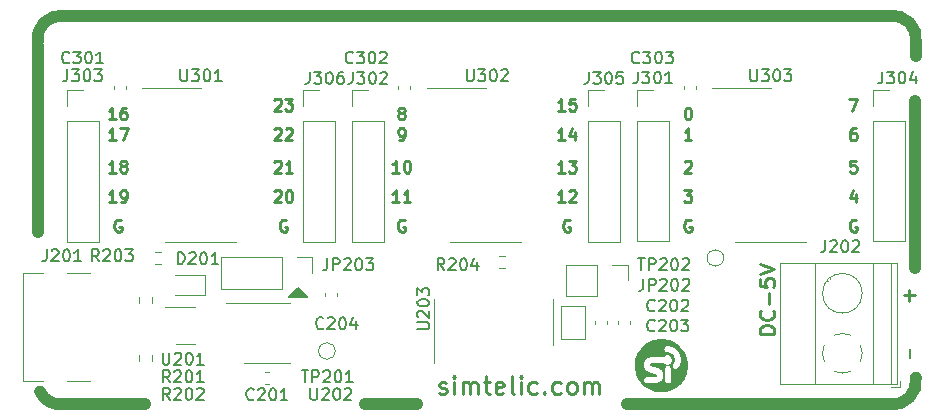
<source format=gbr>
%TF.GenerationSoftware,KiCad,Pcbnew,7.0.7-7.0.7~ubuntu22.04.1*%
%TF.CreationDate,2024-01-12T16:25:32+05:30*%
%TF.ProjectId,24-ch-relay-driver-kicad,32342d63-682d-4726-956c-61792d647269,1.1.0*%
%TF.SameCoordinates,Original*%
%TF.FileFunction,Legend,Top*%
%TF.FilePolarity,Positive*%
%FSLAX46Y46*%
G04 Gerber Fmt 4.6, Leading zero omitted, Abs format (unit mm)*
G04 Created by KiCad (PCBNEW 7.0.7-7.0.7~ubuntu22.04.1) date 2024-01-12 16:25:32*
%MOMM*%
%LPD*%
G01*
G04 APERTURE LIST*
%ADD10C,1.000000*%
%ADD11C,0.150000*%
%ADD12C,0.250000*%
%ADD13C,0.120000*%
G04 APERTURE END LIST*
D10*
X186545182Y-103302077D02*
G75*
G03*
X188795179Y-101052093I306918J1943077D01*
G01*
X142150000Y-103300000D02*
X146550000Y-103300000D01*
X116690992Y-70447889D02*
G75*
G03*
X114440991Y-72697904I-306892J-1943111D01*
G01*
X188802092Y-72697906D02*
G75*
G03*
X186552096Y-70447908I-1943092J306906D01*
G01*
X188750000Y-91800000D02*
X188750000Y-77600000D01*
X188800000Y-73800000D02*
X188793086Y-72975000D01*
X116800000Y-103300000D02*
X123500000Y-103300000D01*
X116293086Y-70450000D02*
X186993086Y-70450000D01*
X164350000Y-103300000D02*
X187143086Y-103300000D01*
D11*
X137250000Y-94250000D02*
X135750000Y-94250000D01*
X136500000Y-93500000D01*
X137250000Y-94250000D01*
G36*
X137250000Y-94250000D02*
G01*
X135750000Y-94250000D01*
X136500000Y-93500000D01*
X137250000Y-94250000D01*
G37*
D10*
X114650013Y-102249994D02*
G75*
G03*
X116693086Y-103299999I1696587J788494D01*
G01*
X114443086Y-88700000D02*
X114443086Y-73000000D01*
D12*
X169761904Y-87747238D02*
X169666666Y-87699619D01*
X169666666Y-87699619D02*
X169523809Y-87699619D01*
X169523809Y-87699619D02*
X169380952Y-87747238D01*
X169380952Y-87747238D02*
X169285714Y-87842476D01*
X169285714Y-87842476D02*
X169238095Y-87937714D01*
X169238095Y-87937714D02*
X169190476Y-88128190D01*
X169190476Y-88128190D02*
X169190476Y-88271047D01*
X169190476Y-88271047D02*
X169238095Y-88461523D01*
X169238095Y-88461523D02*
X169285714Y-88556761D01*
X169285714Y-88556761D02*
X169380952Y-88652000D01*
X169380952Y-88652000D02*
X169523809Y-88699619D01*
X169523809Y-88699619D02*
X169619047Y-88699619D01*
X169619047Y-88699619D02*
X169761904Y-88652000D01*
X169761904Y-88652000D02*
X169809523Y-88604380D01*
X169809523Y-88604380D02*
X169809523Y-88271047D01*
X169809523Y-88271047D02*
X169619047Y-88271047D01*
X183761904Y-87747238D02*
X183666666Y-87699619D01*
X183666666Y-87699619D02*
X183523809Y-87699619D01*
X183523809Y-87699619D02*
X183380952Y-87747238D01*
X183380952Y-87747238D02*
X183285714Y-87842476D01*
X183285714Y-87842476D02*
X183238095Y-87937714D01*
X183238095Y-87937714D02*
X183190476Y-88128190D01*
X183190476Y-88128190D02*
X183190476Y-88271047D01*
X183190476Y-88271047D02*
X183238095Y-88461523D01*
X183238095Y-88461523D02*
X183285714Y-88556761D01*
X183285714Y-88556761D02*
X183380952Y-88652000D01*
X183380952Y-88652000D02*
X183523809Y-88699619D01*
X183523809Y-88699619D02*
X183619047Y-88699619D01*
X183619047Y-88699619D02*
X183761904Y-88652000D01*
X183761904Y-88652000D02*
X183809523Y-88604380D01*
X183809523Y-88604380D02*
X183809523Y-88271047D01*
X183809523Y-88271047D02*
X183619047Y-88271047D01*
X183690476Y-79949619D02*
X183500000Y-79949619D01*
X183500000Y-79949619D02*
X183404762Y-79997238D01*
X183404762Y-79997238D02*
X183357143Y-80044857D01*
X183357143Y-80044857D02*
X183261905Y-80187714D01*
X183261905Y-80187714D02*
X183214286Y-80378190D01*
X183214286Y-80378190D02*
X183214286Y-80759142D01*
X183214286Y-80759142D02*
X183261905Y-80854380D01*
X183261905Y-80854380D02*
X183309524Y-80902000D01*
X183309524Y-80902000D02*
X183404762Y-80949619D01*
X183404762Y-80949619D02*
X183595238Y-80949619D01*
X183595238Y-80949619D02*
X183690476Y-80902000D01*
X183690476Y-80902000D02*
X183738095Y-80854380D01*
X183738095Y-80854380D02*
X183785714Y-80759142D01*
X183785714Y-80759142D02*
X183785714Y-80521047D01*
X183785714Y-80521047D02*
X183738095Y-80425809D01*
X183738095Y-80425809D02*
X183690476Y-80378190D01*
X183690476Y-80378190D02*
X183595238Y-80330571D01*
X183595238Y-80330571D02*
X183404762Y-80330571D01*
X183404762Y-80330571D02*
X183309524Y-80378190D01*
X183309524Y-80378190D02*
X183261905Y-80425809D01*
X183261905Y-80425809D02*
X183214286Y-80521047D01*
X121059523Y-80949619D02*
X120488095Y-80949619D01*
X120773809Y-80949619D02*
X120773809Y-79949619D01*
X120773809Y-79949619D02*
X120678571Y-80092476D01*
X120678571Y-80092476D02*
X120583333Y-80187714D01*
X120583333Y-80187714D02*
X120488095Y-80235333D01*
X121392857Y-79949619D02*
X122059523Y-79949619D01*
X122059523Y-79949619D02*
X121630952Y-80949619D01*
X134488095Y-82794857D02*
X134535714Y-82747238D01*
X134535714Y-82747238D02*
X134630952Y-82699619D01*
X134630952Y-82699619D02*
X134869047Y-82699619D01*
X134869047Y-82699619D02*
X134964285Y-82747238D01*
X134964285Y-82747238D02*
X135011904Y-82794857D01*
X135011904Y-82794857D02*
X135059523Y-82890095D01*
X135059523Y-82890095D02*
X135059523Y-82985333D01*
X135059523Y-82985333D02*
X135011904Y-83128190D01*
X135011904Y-83128190D02*
X134440476Y-83699619D01*
X134440476Y-83699619D02*
X135059523Y-83699619D01*
X136011904Y-83699619D02*
X135440476Y-83699619D01*
X135726190Y-83699619D02*
X135726190Y-82699619D01*
X135726190Y-82699619D02*
X135630952Y-82842476D01*
X135630952Y-82842476D02*
X135535714Y-82937714D01*
X135535714Y-82937714D02*
X135440476Y-82985333D01*
X145154762Y-78628190D02*
X145059524Y-78580571D01*
X145059524Y-78580571D02*
X145011905Y-78532952D01*
X145011905Y-78532952D02*
X144964286Y-78437714D01*
X144964286Y-78437714D02*
X144964286Y-78390095D01*
X144964286Y-78390095D02*
X145011905Y-78294857D01*
X145011905Y-78294857D02*
X145059524Y-78247238D01*
X145059524Y-78247238D02*
X145154762Y-78199619D01*
X145154762Y-78199619D02*
X145345238Y-78199619D01*
X145345238Y-78199619D02*
X145440476Y-78247238D01*
X145440476Y-78247238D02*
X145488095Y-78294857D01*
X145488095Y-78294857D02*
X145535714Y-78390095D01*
X145535714Y-78390095D02*
X145535714Y-78437714D01*
X145535714Y-78437714D02*
X145488095Y-78532952D01*
X145488095Y-78532952D02*
X145440476Y-78580571D01*
X145440476Y-78580571D02*
X145345238Y-78628190D01*
X145345238Y-78628190D02*
X145154762Y-78628190D01*
X145154762Y-78628190D02*
X145059524Y-78675809D01*
X145059524Y-78675809D02*
X145011905Y-78723428D01*
X145011905Y-78723428D02*
X144964286Y-78818666D01*
X144964286Y-78818666D02*
X144964286Y-79009142D01*
X144964286Y-79009142D02*
X145011905Y-79104380D01*
X145011905Y-79104380D02*
X145059524Y-79152000D01*
X145059524Y-79152000D02*
X145154762Y-79199619D01*
X145154762Y-79199619D02*
X145345238Y-79199619D01*
X145345238Y-79199619D02*
X145440476Y-79152000D01*
X145440476Y-79152000D02*
X145488095Y-79104380D01*
X145488095Y-79104380D02*
X145535714Y-79009142D01*
X145535714Y-79009142D02*
X145535714Y-78818666D01*
X145535714Y-78818666D02*
X145488095Y-78723428D01*
X145488095Y-78723428D02*
X145440476Y-78675809D01*
X145440476Y-78675809D02*
X145345238Y-78628190D01*
X145059523Y-83699619D02*
X144488095Y-83699619D01*
X144773809Y-83699619D02*
X144773809Y-82699619D01*
X144773809Y-82699619D02*
X144678571Y-82842476D01*
X144678571Y-82842476D02*
X144583333Y-82937714D01*
X144583333Y-82937714D02*
X144488095Y-82985333D01*
X145678571Y-82699619D02*
X145773809Y-82699619D01*
X145773809Y-82699619D02*
X145869047Y-82747238D01*
X145869047Y-82747238D02*
X145916666Y-82794857D01*
X145916666Y-82794857D02*
X145964285Y-82890095D01*
X145964285Y-82890095D02*
X146011904Y-83080571D01*
X146011904Y-83080571D02*
X146011904Y-83318666D01*
X146011904Y-83318666D02*
X145964285Y-83509142D01*
X145964285Y-83509142D02*
X145916666Y-83604380D01*
X145916666Y-83604380D02*
X145869047Y-83652000D01*
X145869047Y-83652000D02*
X145773809Y-83699619D01*
X145773809Y-83699619D02*
X145678571Y-83699619D01*
X145678571Y-83699619D02*
X145583333Y-83652000D01*
X145583333Y-83652000D02*
X145535714Y-83604380D01*
X145535714Y-83604380D02*
X145488095Y-83509142D01*
X145488095Y-83509142D02*
X145440476Y-83318666D01*
X145440476Y-83318666D02*
X145440476Y-83080571D01*
X145440476Y-83080571D02*
X145488095Y-82890095D01*
X145488095Y-82890095D02*
X145535714Y-82794857D01*
X145535714Y-82794857D02*
X145583333Y-82747238D01*
X145583333Y-82747238D02*
X145678571Y-82699619D01*
X134488095Y-77544857D02*
X134535714Y-77497238D01*
X134535714Y-77497238D02*
X134630952Y-77449619D01*
X134630952Y-77449619D02*
X134869047Y-77449619D01*
X134869047Y-77449619D02*
X134964285Y-77497238D01*
X134964285Y-77497238D02*
X135011904Y-77544857D01*
X135011904Y-77544857D02*
X135059523Y-77640095D01*
X135059523Y-77640095D02*
X135059523Y-77735333D01*
X135059523Y-77735333D02*
X135011904Y-77878190D01*
X135011904Y-77878190D02*
X134440476Y-78449619D01*
X134440476Y-78449619D02*
X135059523Y-78449619D01*
X135392857Y-77449619D02*
X136011904Y-77449619D01*
X136011904Y-77449619D02*
X135678571Y-77830571D01*
X135678571Y-77830571D02*
X135821428Y-77830571D01*
X135821428Y-77830571D02*
X135916666Y-77878190D01*
X135916666Y-77878190D02*
X135964285Y-77925809D01*
X135964285Y-77925809D02*
X136011904Y-78021047D01*
X136011904Y-78021047D02*
X136011904Y-78259142D01*
X136011904Y-78259142D02*
X135964285Y-78354380D01*
X135964285Y-78354380D02*
X135916666Y-78402000D01*
X135916666Y-78402000D02*
X135821428Y-78449619D01*
X135821428Y-78449619D02*
X135535714Y-78449619D01*
X135535714Y-78449619D02*
X135440476Y-78402000D01*
X135440476Y-78402000D02*
X135392857Y-78354380D01*
X169452381Y-78199619D02*
X169547619Y-78199619D01*
X169547619Y-78199619D02*
X169642857Y-78247238D01*
X169642857Y-78247238D02*
X169690476Y-78294857D01*
X169690476Y-78294857D02*
X169738095Y-78390095D01*
X169738095Y-78390095D02*
X169785714Y-78580571D01*
X169785714Y-78580571D02*
X169785714Y-78818666D01*
X169785714Y-78818666D02*
X169738095Y-79009142D01*
X169738095Y-79009142D02*
X169690476Y-79104380D01*
X169690476Y-79104380D02*
X169642857Y-79152000D01*
X169642857Y-79152000D02*
X169547619Y-79199619D01*
X169547619Y-79199619D02*
X169452381Y-79199619D01*
X169452381Y-79199619D02*
X169357143Y-79152000D01*
X169357143Y-79152000D02*
X169309524Y-79104380D01*
X169309524Y-79104380D02*
X169261905Y-79009142D01*
X169261905Y-79009142D02*
X169214286Y-78818666D01*
X169214286Y-78818666D02*
X169214286Y-78580571D01*
X169214286Y-78580571D02*
X169261905Y-78390095D01*
X169261905Y-78390095D02*
X169309524Y-78294857D01*
X169309524Y-78294857D02*
X169357143Y-78247238D01*
X169357143Y-78247238D02*
X169452381Y-78199619D01*
X145511904Y-87747238D02*
X145416666Y-87699619D01*
X145416666Y-87699619D02*
X145273809Y-87699619D01*
X145273809Y-87699619D02*
X145130952Y-87747238D01*
X145130952Y-87747238D02*
X145035714Y-87842476D01*
X145035714Y-87842476D02*
X144988095Y-87937714D01*
X144988095Y-87937714D02*
X144940476Y-88128190D01*
X144940476Y-88128190D02*
X144940476Y-88271047D01*
X144940476Y-88271047D02*
X144988095Y-88461523D01*
X144988095Y-88461523D02*
X145035714Y-88556761D01*
X145035714Y-88556761D02*
X145130952Y-88652000D01*
X145130952Y-88652000D02*
X145273809Y-88699619D01*
X145273809Y-88699619D02*
X145369047Y-88699619D01*
X145369047Y-88699619D02*
X145511904Y-88652000D01*
X145511904Y-88652000D02*
X145559523Y-88604380D01*
X145559523Y-88604380D02*
X145559523Y-88271047D01*
X145559523Y-88271047D02*
X145369047Y-88271047D01*
X183690476Y-85532952D02*
X183690476Y-86199619D01*
X183452381Y-85152000D02*
X183214286Y-85866285D01*
X183214286Y-85866285D02*
X183833333Y-85866285D01*
X159059523Y-80949619D02*
X158488095Y-80949619D01*
X158773809Y-80949619D02*
X158773809Y-79949619D01*
X158773809Y-79949619D02*
X158678571Y-80092476D01*
X158678571Y-80092476D02*
X158583333Y-80187714D01*
X158583333Y-80187714D02*
X158488095Y-80235333D01*
X159916666Y-80282952D02*
X159916666Y-80949619D01*
X159678571Y-79902000D02*
X159440476Y-80616285D01*
X159440476Y-80616285D02*
X160059523Y-80616285D01*
X169166667Y-85199619D02*
X169785714Y-85199619D01*
X169785714Y-85199619D02*
X169452381Y-85580571D01*
X169452381Y-85580571D02*
X169595238Y-85580571D01*
X169595238Y-85580571D02*
X169690476Y-85628190D01*
X169690476Y-85628190D02*
X169738095Y-85675809D01*
X169738095Y-85675809D02*
X169785714Y-85771047D01*
X169785714Y-85771047D02*
X169785714Y-86009142D01*
X169785714Y-86009142D02*
X169738095Y-86104380D01*
X169738095Y-86104380D02*
X169690476Y-86152000D01*
X169690476Y-86152000D02*
X169595238Y-86199619D01*
X169595238Y-86199619D02*
X169309524Y-86199619D01*
X169309524Y-86199619D02*
X169214286Y-86152000D01*
X169214286Y-86152000D02*
X169166667Y-86104380D01*
X159059523Y-83699619D02*
X158488095Y-83699619D01*
X158773809Y-83699619D02*
X158773809Y-82699619D01*
X158773809Y-82699619D02*
X158678571Y-82842476D01*
X158678571Y-82842476D02*
X158583333Y-82937714D01*
X158583333Y-82937714D02*
X158488095Y-82985333D01*
X159392857Y-82699619D02*
X160011904Y-82699619D01*
X160011904Y-82699619D02*
X159678571Y-83080571D01*
X159678571Y-83080571D02*
X159821428Y-83080571D01*
X159821428Y-83080571D02*
X159916666Y-83128190D01*
X159916666Y-83128190D02*
X159964285Y-83175809D01*
X159964285Y-83175809D02*
X160011904Y-83271047D01*
X160011904Y-83271047D02*
X160011904Y-83509142D01*
X160011904Y-83509142D02*
X159964285Y-83604380D01*
X159964285Y-83604380D02*
X159916666Y-83652000D01*
X159916666Y-83652000D02*
X159821428Y-83699619D01*
X159821428Y-83699619D02*
X159535714Y-83699619D01*
X159535714Y-83699619D02*
X159440476Y-83652000D01*
X159440476Y-83652000D02*
X159392857Y-83604380D01*
X121511904Y-87747238D02*
X121416666Y-87699619D01*
X121416666Y-87699619D02*
X121273809Y-87699619D01*
X121273809Y-87699619D02*
X121130952Y-87747238D01*
X121130952Y-87747238D02*
X121035714Y-87842476D01*
X121035714Y-87842476D02*
X120988095Y-87937714D01*
X120988095Y-87937714D02*
X120940476Y-88128190D01*
X120940476Y-88128190D02*
X120940476Y-88271047D01*
X120940476Y-88271047D02*
X120988095Y-88461523D01*
X120988095Y-88461523D02*
X121035714Y-88556761D01*
X121035714Y-88556761D02*
X121130952Y-88652000D01*
X121130952Y-88652000D02*
X121273809Y-88699619D01*
X121273809Y-88699619D02*
X121369047Y-88699619D01*
X121369047Y-88699619D02*
X121511904Y-88652000D01*
X121511904Y-88652000D02*
X121559523Y-88604380D01*
X121559523Y-88604380D02*
X121559523Y-88271047D01*
X121559523Y-88271047D02*
X121369047Y-88271047D01*
X145059524Y-80949619D02*
X145250000Y-80949619D01*
X145250000Y-80949619D02*
X145345238Y-80902000D01*
X145345238Y-80902000D02*
X145392857Y-80854380D01*
X145392857Y-80854380D02*
X145488095Y-80711523D01*
X145488095Y-80711523D02*
X145535714Y-80521047D01*
X145535714Y-80521047D02*
X145535714Y-80140095D01*
X145535714Y-80140095D02*
X145488095Y-80044857D01*
X145488095Y-80044857D02*
X145440476Y-79997238D01*
X145440476Y-79997238D02*
X145345238Y-79949619D01*
X145345238Y-79949619D02*
X145154762Y-79949619D01*
X145154762Y-79949619D02*
X145059524Y-79997238D01*
X145059524Y-79997238D02*
X145011905Y-80044857D01*
X145011905Y-80044857D02*
X144964286Y-80140095D01*
X144964286Y-80140095D02*
X144964286Y-80378190D01*
X144964286Y-80378190D02*
X145011905Y-80473428D01*
X145011905Y-80473428D02*
X145059524Y-80521047D01*
X145059524Y-80521047D02*
X145154762Y-80568666D01*
X145154762Y-80568666D02*
X145345238Y-80568666D01*
X145345238Y-80568666D02*
X145440476Y-80521047D01*
X145440476Y-80521047D02*
X145488095Y-80473428D01*
X145488095Y-80473428D02*
X145535714Y-80378190D01*
X159511904Y-87747238D02*
X159416666Y-87699619D01*
X159416666Y-87699619D02*
X159273809Y-87699619D01*
X159273809Y-87699619D02*
X159130952Y-87747238D01*
X159130952Y-87747238D02*
X159035714Y-87842476D01*
X159035714Y-87842476D02*
X158988095Y-87937714D01*
X158988095Y-87937714D02*
X158940476Y-88128190D01*
X158940476Y-88128190D02*
X158940476Y-88271047D01*
X158940476Y-88271047D02*
X158988095Y-88461523D01*
X158988095Y-88461523D02*
X159035714Y-88556761D01*
X159035714Y-88556761D02*
X159130952Y-88652000D01*
X159130952Y-88652000D02*
X159273809Y-88699619D01*
X159273809Y-88699619D02*
X159369047Y-88699619D01*
X159369047Y-88699619D02*
X159511904Y-88652000D01*
X159511904Y-88652000D02*
X159559523Y-88604380D01*
X159559523Y-88604380D02*
X159559523Y-88271047D01*
X159559523Y-88271047D02*
X159369047Y-88271047D01*
D11*
X188323866Y-99380951D02*
X188323866Y-98619047D01*
D12*
X121059523Y-86199619D02*
X120488095Y-86199619D01*
X120773809Y-86199619D02*
X120773809Y-85199619D01*
X120773809Y-85199619D02*
X120678571Y-85342476D01*
X120678571Y-85342476D02*
X120583333Y-85437714D01*
X120583333Y-85437714D02*
X120488095Y-85485333D01*
X121535714Y-86199619D02*
X121726190Y-86199619D01*
X121726190Y-86199619D02*
X121821428Y-86152000D01*
X121821428Y-86152000D02*
X121869047Y-86104380D01*
X121869047Y-86104380D02*
X121964285Y-85961523D01*
X121964285Y-85961523D02*
X122011904Y-85771047D01*
X122011904Y-85771047D02*
X122011904Y-85390095D01*
X122011904Y-85390095D02*
X121964285Y-85294857D01*
X121964285Y-85294857D02*
X121916666Y-85247238D01*
X121916666Y-85247238D02*
X121821428Y-85199619D01*
X121821428Y-85199619D02*
X121630952Y-85199619D01*
X121630952Y-85199619D02*
X121535714Y-85247238D01*
X121535714Y-85247238D02*
X121488095Y-85294857D01*
X121488095Y-85294857D02*
X121440476Y-85390095D01*
X121440476Y-85390095D02*
X121440476Y-85628190D01*
X121440476Y-85628190D02*
X121488095Y-85723428D01*
X121488095Y-85723428D02*
X121535714Y-85771047D01*
X121535714Y-85771047D02*
X121630952Y-85818666D01*
X121630952Y-85818666D02*
X121821428Y-85818666D01*
X121821428Y-85818666D02*
X121916666Y-85771047D01*
X121916666Y-85771047D02*
X121964285Y-85723428D01*
X121964285Y-85723428D02*
X122011904Y-85628190D01*
X187773810Y-94089083D02*
X188726191Y-94089083D01*
X188250000Y-94565273D02*
X188250000Y-93612892D01*
X183166667Y-77449619D02*
X183833333Y-77449619D01*
X183833333Y-77449619D02*
X183404762Y-78449619D01*
X169214286Y-82794857D02*
X169261905Y-82747238D01*
X169261905Y-82747238D02*
X169357143Y-82699619D01*
X169357143Y-82699619D02*
X169595238Y-82699619D01*
X169595238Y-82699619D02*
X169690476Y-82747238D01*
X169690476Y-82747238D02*
X169738095Y-82794857D01*
X169738095Y-82794857D02*
X169785714Y-82890095D01*
X169785714Y-82890095D02*
X169785714Y-82985333D01*
X169785714Y-82985333D02*
X169738095Y-83128190D01*
X169738095Y-83128190D02*
X169166667Y-83699619D01*
X169166667Y-83699619D02*
X169785714Y-83699619D01*
X134488095Y-80044857D02*
X134535714Y-79997238D01*
X134535714Y-79997238D02*
X134630952Y-79949619D01*
X134630952Y-79949619D02*
X134869047Y-79949619D01*
X134869047Y-79949619D02*
X134964285Y-79997238D01*
X134964285Y-79997238D02*
X135011904Y-80044857D01*
X135011904Y-80044857D02*
X135059523Y-80140095D01*
X135059523Y-80140095D02*
X135059523Y-80235333D01*
X135059523Y-80235333D02*
X135011904Y-80378190D01*
X135011904Y-80378190D02*
X134440476Y-80949619D01*
X134440476Y-80949619D02*
X135059523Y-80949619D01*
X135440476Y-80044857D02*
X135488095Y-79997238D01*
X135488095Y-79997238D02*
X135583333Y-79949619D01*
X135583333Y-79949619D02*
X135821428Y-79949619D01*
X135821428Y-79949619D02*
X135916666Y-79997238D01*
X135916666Y-79997238D02*
X135964285Y-80044857D01*
X135964285Y-80044857D02*
X136011904Y-80140095D01*
X136011904Y-80140095D02*
X136011904Y-80235333D01*
X136011904Y-80235333D02*
X135964285Y-80378190D01*
X135964285Y-80378190D02*
X135392857Y-80949619D01*
X135392857Y-80949619D02*
X136011904Y-80949619D01*
X135511904Y-87747238D02*
X135416666Y-87699619D01*
X135416666Y-87699619D02*
X135273809Y-87699619D01*
X135273809Y-87699619D02*
X135130952Y-87747238D01*
X135130952Y-87747238D02*
X135035714Y-87842476D01*
X135035714Y-87842476D02*
X134988095Y-87937714D01*
X134988095Y-87937714D02*
X134940476Y-88128190D01*
X134940476Y-88128190D02*
X134940476Y-88271047D01*
X134940476Y-88271047D02*
X134988095Y-88461523D01*
X134988095Y-88461523D02*
X135035714Y-88556761D01*
X135035714Y-88556761D02*
X135130952Y-88652000D01*
X135130952Y-88652000D02*
X135273809Y-88699619D01*
X135273809Y-88699619D02*
X135369047Y-88699619D01*
X135369047Y-88699619D02*
X135511904Y-88652000D01*
X135511904Y-88652000D02*
X135559523Y-88604380D01*
X135559523Y-88604380D02*
X135559523Y-88271047D01*
X135559523Y-88271047D02*
X135369047Y-88271047D01*
X121059523Y-83699619D02*
X120488095Y-83699619D01*
X120773809Y-83699619D02*
X120773809Y-82699619D01*
X120773809Y-82699619D02*
X120678571Y-82842476D01*
X120678571Y-82842476D02*
X120583333Y-82937714D01*
X120583333Y-82937714D02*
X120488095Y-82985333D01*
X121630952Y-83128190D02*
X121535714Y-83080571D01*
X121535714Y-83080571D02*
X121488095Y-83032952D01*
X121488095Y-83032952D02*
X121440476Y-82937714D01*
X121440476Y-82937714D02*
X121440476Y-82890095D01*
X121440476Y-82890095D02*
X121488095Y-82794857D01*
X121488095Y-82794857D02*
X121535714Y-82747238D01*
X121535714Y-82747238D02*
X121630952Y-82699619D01*
X121630952Y-82699619D02*
X121821428Y-82699619D01*
X121821428Y-82699619D02*
X121916666Y-82747238D01*
X121916666Y-82747238D02*
X121964285Y-82794857D01*
X121964285Y-82794857D02*
X122011904Y-82890095D01*
X122011904Y-82890095D02*
X122011904Y-82937714D01*
X122011904Y-82937714D02*
X121964285Y-83032952D01*
X121964285Y-83032952D02*
X121916666Y-83080571D01*
X121916666Y-83080571D02*
X121821428Y-83128190D01*
X121821428Y-83128190D02*
X121630952Y-83128190D01*
X121630952Y-83128190D02*
X121535714Y-83175809D01*
X121535714Y-83175809D02*
X121488095Y-83223428D01*
X121488095Y-83223428D02*
X121440476Y-83318666D01*
X121440476Y-83318666D02*
X121440476Y-83509142D01*
X121440476Y-83509142D02*
X121488095Y-83604380D01*
X121488095Y-83604380D02*
X121535714Y-83652000D01*
X121535714Y-83652000D02*
X121630952Y-83699619D01*
X121630952Y-83699619D02*
X121821428Y-83699619D01*
X121821428Y-83699619D02*
X121916666Y-83652000D01*
X121916666Y-83652000D02*
X121964285Y-83604380D01*
X121964285Y-83604380D02*
X122011904Y-83509142D01*
X122011904Y-83509142D02*
X122011904Y-83318666D01*
X122011904Y-83318666D02*
X121964285Y-83223428D01*
X121964285Y-83223428D02*
X121916666Y-83175809D01*
X121916666Y-83175809D02*
X121821428Y-83128190D01*
X176815273Y-97357142D02*
X175565273Y-97357142D01*
X175565273Y-97357142D02*
X175565273Y-97059523D01*
X175565273Y-97059523D02*
X175624797Y-96880952D01*
X175624797Y-96880952D02*
X175743845Y-96761904D01*
X175743845Y-96761904D02*
X175862892Y-96702381D01*
X175862892Y-96702381D02*
X176100988Y-96642857D01*
X176100988Y-96642857D02*
X176279559Y-96642857D01*
X176279559Y-96642857D02*
X176517654Y-96702381D01*
X176517654Y-96702381D02*
X176636702Y-96761904D01*
X176636702Y-96761904D02*
X176755750Y-96880952D01*
X176755750Y-96880952D02*
X176815273Y-97059523D01*
X176815273Y-97059523D02*
X176815273Y-97357142D01*
X176696226Y-95392857D02*
X176755750Y-95452381D01*
X176755750Y-95452381D02*
X176815273Y-95630952D01*
X176815273Y-95630952D02*
X176815273Y-95750000D01*
X176815273Y-95750000D02*
X176755750Y-95928571D01*
X176755750Y-95928571D02*
X176636702Y-96047619D01*
X176636702Y-96047619D02*
X176517654Y-96107142D01*
X176517654Y-96107142D02*
X176279559Y-96166666D01*
X176279559Y-96166666D02*
X176100988Y-96166666D01*
X176100988Y-96166666D02*
X175862892Y-96107142D01*
X175862892Y-96107142D02*
X175743845Y-96047619D01*
X175743845Y-96047619D02*
X175624797Y-95928571D01*
X175624797Y-95928571D02*
X175565273Y-95750000D01*
X175565273Y-95750000D02*
X175565273Y-95630952D01*
X175565273Y-95630952D02*
X175624797Y-95452381D01*
X175624797Y-95452381D02*
X175684321Y-95392857D01*
X176339083Y-94857142D02*
X176339083Y-93904762D01*
X175565273Y-92714285D02*
X175565273Y-93309523D01*
X175565273Y-93309523D02*
X176160511Y-93369047D01*
X176160511Y-93369047D02*
X176100988Y-93309523D01*
X176100988Y-93309523D02*
X176041464Y-93190476D01*
X176041464Y-93190476D02*
X176041464Y-92892857D01*
X176041464Y-92892857D02*
X176100988Y-92773809D01*
X176100988Y-92773809D02*
X176160511Y-92714285D01*
X176160511Y-92714285D02*
X176279559Y-92654762D01*
X176279559Y-92654762D02*
X176577178Y-92654762D01*
X176577178Y-92654762D02*
X176696226Y-92714285D01*
X176696226Y-92714285D02*
X176755750Y-92773809D01*
X176755750Y-92773809D02*
X176815273Y-92892857D01*
X176815273Y-92892857D02*
X176815273Y-93190476D01*
X176815273Y-93190476D02*
X176755750Y-93309523D01*
X176755750Y-93309523D02*
X176696226Y-93369047D01*
X175565273Y-92297619D02*
X176815273Y-91880952D01*
X176815273Y-91880952D02*
X175565273Y-91464286D01*
X121059523Y-79199619D02*
X120488095Y-79199619D01*
X120773809Y-79199619D02*
X120773809Y-78199619D01*
X120773809Y-78199619D02*
X120678571Y-78342476D01*
X120678571Y-78342476D02*
X120583333Y-78437714D01*
X120583333Y-78437714D02*
X120488095Y-78485333D01*
X121916666Y-78199619D02*
X121726190Y-78199619D01*
X121726190Y-78199619D02*
X121630952Y-78247238D01*
X121630952Y-78247238D02*
X121583333Y-78294857D01*
X121583333Y-78294857D02*
X121488095Y-78437714D01*
X121488095Y-78437714D02*
X121440476Y-78628190D01*
X121440476Y-78628190D02*
X121440476Y-79009142D01*
X121440476Y-79009142D02*
X121488095Y-79104380D01*
X121488095Y-79104380D02*
X121535714Y-79152000D01*
X121535714Y-79152000D02*
X121630952Y-79199619D01*
X121630952Y-79199619D02*
X121821428Y-79199619D01*
X121821428Y-79199619D02*
X121916666Y-79152000D01*
X121916666Y-79152000D02*
X121964285Y-79104380D01*
X121964285Y-79104380D02*
X122011904Y-79009142D01*
X122011904Y-79009142D02*
X122011904Y-78771047D01*
X122011904Y-78771047D02*
X121964285Y-78675809D01*
X121964285Y-78675809D02*
X121916666Y-78628190D01*
X121916666Y-78628190D02*
X121821428Y-78580571D01*
X121821428Y-78580571D02*
X121630952Y-78580571D01*
X121630952Y-78580571D02*
X121535714Y-78628190D01*
X121535714Y-78628190D02*
X121488095Y-78675809D01*
X121488095Y-78675809D02*
X121440476Y-78771047D01*
X159059523Y-78449619D02*
X158488095Y-78449619D01*
X158773809Y-78449619D02*
X158773809Y-77449619D01*
X158773809Y-77449619D02*
X158678571Y-77592476D01*
X158678571Y-77592476D02*
X158583333Y-77687714D01*
X158583333Y-77687714D02*
X158488095Y-77735333D01*
X159964285Y-77449619D02*
X159488095Y-77449619D01*
X159488095Y-77449619D02*
X159440476Y-77925809D01*
X159440476Y-77925809D02*
X159488095Y-77878190D01*
X159488095Y-77878190D02*
X159583333Y-77830571D01*
X159583333Y-77830571D02*
X159821428Y-77830571D01*
X159821428Y-77830571D02*
X159916666Y-77878190D01*
X159916666Y-77878190D02*
X159964285Y-77925809D01*
X159964285Y-77925809D02*
X160011904Y-78021047D01*
X160011904Y-78021047D02*
X160011904Y-78259142D01*
X160011904Y-78259142D02*
X159964285Y-78354380D01*
X159964285Y-78354380D02*
X159916666Y-78402000D01*
X159916666Y-78402000D02*
X159821428Y-78449619D01*
X159821428Y-78449619D02*
X159583333Y-78449619D01*
X159583333Y-78449619D02*
X159488095Y-78402000D01*
X159488095Y-78402000D02*
X159440476Y-78354380D01*
X134488095Y-85294857D02*
X134535714Y-85247238D01*
X134535714Y-85247238D02*
X134630952Y-85199619D01*
X134630952Y-85199619D02*
X134869047Y-85199619D01*
X134869047Y-85199619D02*
X134964285Y-85247238D01*
X134964285Y-85247238D02*
X135011904Y-85294857D01*
X135011904Y-85294857D02*
X135059523Y-85390095D01*
X135059523Y-85390095D02*
X135059523Y-85485333D01*
X135059523Y-85485333D02*
X135011904Y-85628190D01*
X135011904Y-85628190D02*
X134440476Y-86199619D01*
X134440476Y-86199619D02*
X135059523Y-86199619D01*
X135678571Y-85199619D02*
X135773809Y-85199619D01*
X135773809Y-85199619D02*
X135869047Y-85247238D01*
X135869047Y-85247238D02*
X135916666Y-85294857D01*
X135916666Y-85294857D02*
X135964285Y-85390095D01*
X135964285Y-85390095D02*
X136011904Y-85580571D01*
X136011904Y-85580571D02*
X136011904Y-85818666D01*
X136011904Y-85818666D02*
X135964285Y-86009142D01*
X135964285Y-86009142D02*
X135916666Y-86104380D01*
X135916666Y-86104380D02*
X135869047Y-86152000D01*
X135869047Y-86152000D02*
X135773809Y-86199619D01*
X135773809Y-86199619D02*
X135678571Y-86199619D01*
X135678571Y-86199619D02*
X135583333Y-86152000D01*
X135583333Y-86152000D02*
X135535714Y-86104380D01*
X135535714Y-86104380D02*
X135488095Y-86009142D01*
X135488095Y-86009142D02*
X135440476Y-85818666D01*
X135440476Y-85818666D02*
X135440476Y-85580571D01*
X135440476Y-85580571D02*
X135488095Y-85390095D01*
X135488095Y-85390095D02*
X135535714Y-85294857D01*
X135535714Y-85294857D02*
X135583333Y-85247238D01*
X135583333Y-85247238D02*
X135678571Y-85199619D01*
X145059523Y-86199619D02*
X144488095Y-86199619D01*
X144773809Y-86199619D02*
X144773809Y-85199619D01*
X144773809Y-85199619D02*
X144678571Y-85342476D01*
X144678571Y-85342476D02*
X144583333Y-85437714D01*
X144583333Y-85437714D02*
X144488095Y-85485333D01*
X146011904Y-86199619D02*
X145440476Y-86199619D01*
X145726190Y-86199619D02*
X145726190Y-85199619D01*
X145726190Y-85199619D02*
X145630952Y-85342476D01*
X145630952Y-85342476D02*
X145535714Y-85437714D01*
X145535714Y-85437714D02*
X145440476Y-85485333D01*
X183738095Y-82699619D02*
X183261905Y-82699619D01*
X183261905Y-82699619D02*
X183214286Y-83175809D01*
X183214286Y-83175809D02*
X183261905Y-83128190D01*
X183261905Y-83128190D02*
X183357143Y-83080571D01*
X183357143Y-83080571D02*
X183595238Y-83080571D01*
X183595238Y-83080571D02*
X183690476Y-83128190D01*
X183690476Y-83128190D02*
X183738095Y-83175809D01*
X183738095Y-83175809D02*
X183785714Y-83271047D01*
X183785714Y-83271047D02*
X183785714Y-83509142D01*
X183785714Y-83509142D02*
X183738095Y-83604380D01*
X183738095Y-83604380D02*
X183690476Y-83652000D01*
X183690476Y-83652000D02*
X183595238Y-83699619D01*
X183595238Y-83699619D02*
X183357143Y-83699619D01*
X183357143Y-83699619D02*
X183261905Y-83652000D01*
X183261905Y-83652000D02*
X183214286Y-83604380D01*
X159059523Y-86199619D02*
X158488095Y-86199619D01*
X158773809Y-86199619D02*
X158773809Y-85199619D01*
X158773809Y-85199619D02*
X158678571Y-85342476D01*
X158678571Y-85342476D02*
X158583333Y-85437714D01*
X158583333Y-85437714D02*
X158488095Y-85485333D01*
X159440476Y-85294857D02*
X159488095Y-85247238D01*
X159488095Y-85247238D02*
X159583333Y-85199619D01*
X159583333Y-85199619D02*
X159821428Y-85199619D01*
X159821428Y-85199619D02*
X159916666Y-85247238D01*
X159916666Y-85247238D02*
X159964285Y-85294857D01*
X159964285Y-85294857D02*
X160011904Y-85390095D01*
X160011904Y-85390095D02*
X160011904Y-85485333D01*
X160011904Y-85485333D02*
X159964285Y-85628190D01*
X159964285Y-85628190D02*
X159392857Y-86199619D01*
X159392857Y-86199619D02*
X160011904Y-86199619D01*
X148428571Y-102359500D02*
X148571428Y-102430928D01*
X148571428Y-102430928D02*
X148857142Y-102430928D01*
X148857142Y-102430928D02*
X148999999Y-102359500D01*
X148999999Y-102359500D02*
X149071428Y-102216642D01*
X149071428Y-102216642D02*
X149071428Y-102145214D01*
X149071428Y-102145214D02*
X148999999Y-102002357D01*
X148999999Y-102002357D02*
X148857142Y-101930928D01*
X148857142Y-101930928D02*
X148642857Y-101930928D01*
X148642857Y-101930928D02*
X148499999Y-101859500D01*
X148499999Y-101859500D02*
X148428571Y-101716642D01*
X148428571Y-101716642D02*
X148428571Y-101645214D01*
X148428571Y-101645214D02*
X148499999Y-101502357D01*
X148499999Y-101502357D02*
X148642857Y-101430928D01*
X148642857Y-101430928D02*
X148857142Y-101430928D01*
X148857142Y-101430928D02*
X148999999Y-101502357D01*
X149714285Y-102430928D02*
X149714285Y-101430928D01*
X149714285Y-100930928D02*
X149642857Y-101002357D01*
X149642857Y-101002357D02*
X149714285Y-101073785D01*
X149714285Y-101073785D02*
X149785714Y-101002357D01*
X149785714Y-101002357D02*
X149714285Y-100930928D01*
X149714285Y-100930928D02*
X149714285Y-101073785D01*
X150428571Y-102430928D02*
X150428571Y-101430928D01*
X150428571Y-101573785D02*
X150500000Y-101502357D01*
X150500000Y-101502357D02*
X150642857Y-101430928D01*
X150642857Y-101430928D02*
X150857143Y-101430928D01*
X150857143Y-101430928D02*
X151000000Y-101502357D01*
X151000000Y-101502357D02*
X151071429Y-101645214D01*
X151071429Y-101645214D02*
X151071429Y-102430928D01*
X151071429Y-101645214D02*
X151142857Y-101502357D01*
X151142857Y-101502357D02*
X151285714Y-101430928D01*
X151285714Y-101430928D02*
X151500000Y-101430928D01*
X151500000Y-101430928D02*
X151642857Y-101502357D01*
X151642857Y-101502357D02*
X151714286Y-101645214D01*
X151714286Y-101645214D02*
X151714286Y-102430928D01*
X152214286Y-101430928D02*
X152785714Y-101430928D01*
X152428571Y-100930928D02*
X152428571Y-102216642D01*
X152428571Y-102216642D02*
X152500000Y-102359500D01*
X152500000Y-102359500D02*
X152642857Y-102430928D01*
X152642857Y-102430928D02*
X152785714Y-102430928D01*
X153857143Y-102359500D02*
X153714286Y-102430928D01*
X153714286Y-102430928D02*
X153428572Y-102430928D01*
X153428572Y-102430928D02*
X153285714Y-102359500D01*
X153285714Y-102359500D02*
X153214286Y-102216642D01*
X153214286Y-102216642D02*
X153214286Y-101645214D01*
X153214286Y-101645214D02*
X153285714Y-101502357D01*
X153285714Y-101502357D02*
X153428572Y-101430928D01*
X153428572Y-101430928D02*
X153714286Y-101430928D01*
X153714286Y-101430928D02*
X153857143Y-101502357D01*
X153857143Y-101502357D02*
X153928572Y-101645214D01*
X153928572Y-101645214D02*
X153928572Y-101788071D01*
X153928572Y-101788071D02*
X153214286Y-101930928D01*
X154785714Y-102430928D02*
X154642857Y-102359500D01*
X154642857Y-102359500D02*
X154571428Y-102216642D01*
X154571428Y-102216642D02*
X154571428Y-100930928D01*
X155357142Y-102430928D02*
X155357142Y-101430928D01*
X155357142Y-100930928D02*
X155285714Y-101002357D01*
X155285714Y-101002357D02*
X155357142Y-101073785D01*
X155357142Y-101073785D02*
X155428571Y-101002357D01*
X155428571Y-101002357D02*
X155357142Y-100930928D01*
X155357142Y-100930928D02*
X155357142Y-101073785D01*
X156714286Y-102359500D02*
X156571428Y-102430928D01*
X156571428Y-102430928D02*
X156285714Y-102430928D01*
X156285714Y-102430928D02*
X156142857Y-102359500D01*
X156142857Y-102359500D02*
X156071428Y-102288071D01*
X156071428Y-102288071D02*
X156000000Y-102145214D01*
X156000000Y-102145214D02*
X156000000Y-101716642D01*
X156000000Y-101716642D02*
X156071428Y-101573785D01*
X156071428Y-101573785D02*
X156142857Y-101502357D01*
X156142857Y-101502357D02*
X156285714Y-101430928D01*
X156285714Y-101430928D02*
X156571428Y-101430928D01*
X156571428Y-101430928D02*
X156714286Y-101502357D01*
X157357142Y-102288071D02*
X157428571Y-102359500D01*
X157428571Y-102359500D02*
X157357142Y-102430928D01*
X157357142Y-102430928D02*
X157285714Y-102359500D01*
X157285714Y-102359500D02*
X157357142Y-102288071D01*
X157357142Y-102288071D02*
X157357142Y-102430928D01*
X158714286Y-102359500D02*
X158571428Y-102430928D01*
X158571428Y-102430928D02*
X158285714Y-102430928D01*
X158285714Y-102430928D02*
X158142857Y-102359500D01*
X158142857Y-102359500D02*
X158071428Y-102288071D01*
X158071428Y-102288071D02*
X158000000Y-102145214D01*
X158000000Y-102145214D02*
X158000000Y-101716642D01*
X158000000Y-101716642D02*
X158071428Y-101573785D01*
X158071428Y-101573785D02*
X158142857Y-101502357D01*
X158142857Y-101502357D02*
X158285714Y-101430928D01*
X158285714Y-101430928D02*
X158571428Y-101430928D01*
X158571428Y-101430928D02*
X158714286Y-101502357D01*
X159571428Y-102430928D02*
X159428571Y-102359500D01*
X159428571Y-102359500D02*
X159357142Y-102288071D01*
X159357142Y-102288071D02*
X159285714Y-102145214D01*
X159285714Y-102145214D02*
X159285714Y-101716642D01*
X159285714Y-101716642D02*
X159357142Y-101573785D01*
X159357142Y-101573785D02*
X159428571Y-101502357D01*
X159428571Y-101502357D02*
X159571428Y-101430928D01*
X159571428Y-101430928D02*
X159785714Y-101430928D01*
X159785714Y-101430928D02*
X159928571Y-101502357D01*
X159928571Y-101502357D02*
X160000000Y-101573785D01*
X160000000Y-101573785D02*
X160071428Y-101716642D01*
X160071428Y-101716642D02*
X160071428Y-102145214D01*
X160071428Y-102145214D02*
X160000000Y-102288071D01*
X160000000Y-102288071D02*
X159928571Y-102359500D01*
X159928571Y-102359500D02*
X159785714Y-102430928D01*
X159785714Y-102430928D02*
X159571428Y-102430928D01*
X160714285Y-102430928D02*
X160714285Y-101430928D01*
X160714285Y-101573785D02*
X160785714Y-101502357D01*
X160785714Y-101502357D02*
X160928571Y-101430928D01*
X160928571Y-101430928D02*
X161142857Y-101430928D01*
X161142857Y-101430928D02*
X161285714Y-101502357D01*
X161285714Y-101502357D02*
X161357143Y-101645214D01*
X161357143Y-101645214D02*
X161357143Y-102430928D01*
X161357143Y-101645214D02*
X161428571Y-101502357D01*
X161428571Y-101502357D02*
X161571428Y-101430928D01*
X161571428Y-101430928D02*
X161785714Y-101430928D01*
X161785714Y-101430928D02*
X161928571Y-101502357D01*
X161928571Y-101502357D02*
X162000000Y-101645214D01*
X162000000Y-101645214D02*
X162000000Y-102430928D01*
X169785714Y-80949619D02*
X169214286Y-80949619D01*
X169500000Y-80949619D02*
X169500000Y-79949619D01*
X169500000Y-79949619D02*
X169404762Y-80092476D01*
X169404762Y-80092476D02*
X169309524Y-80187714D01*
X169309524Y-80187714D02*
X169214286Y-80235333D01*
D11*
X138630952Y-96859580D02*
X138583333Y-96907200D01*
X138583333Y-96907200D02*
X138440476Y-96954819D01*
X138440476Y-96954819D02*
X138345238Y-96954819D01*
X138345238Y-96954819D02*
X138202381Y-96907200D01*
X138202381Y-96907200D02*
X138107143Y-96811961D01*
X138107143Y-96811961D02*
X138059524Y-96716723D01*
X138059524Y-96716723D02*
X138011905Y-96526247D01*
X138011905Y-96526247D02*
X138011905Y-96383390D01*
X138011905Y-96383390D02*
X138059524Y-96192914D01*
X138059524Y-96192914D02*
X138107143Y-96097676D01*
X138107143Y-96097676D02*
X138202381Y-96002438D01*
X138202381Y-96002438D02*
X138345238Y-95954819D01*
X138345238Y-95954819D02*
X138440476Y-95954819D01*
X138440476Y-95954819D02*
X138583333Y-96002438D01*
X138583333Y-96002438D02*
X138630952Y-96050057D01*
X139011905Y-96050057D02*
X139059524Y-96002438D01*
X139059524Y-96002438D02*
X139154762Y-95954819D01*
X139154762Y-95954819D02*
X139392857Y-95954819D01*
X139392857Y-95954819D02*
X139488095Y-96002438D01*
X139488095Y-96002438D02*
X139535714Y-96050057D01*
X139535714Y-96050057D02*
X139583333Y-96145295D01*
X139583333Y-96145295D02*
X139583333Y-96240533D01*
X139583333Y-96240533D02*
X139535714Y-96383390D01*
X139535714Y-96383390D02*
X138964286Y-96954819D01*
X138964286Y-96954819D02*
X139583333Y-96954819D01*
X140202381Y-95954819D02*
X140297619Y-95954819D01*
X140297619Y-95954819D02*
X140392857Y-96002438D01*
X140392857Y-96002438D02*
X140440476Y-96050057D01*
X140440476Y-96050057D02*
X140488095Y-96145295D01*
X140488095Y-96145295D02*
X140535714Y-96335771D01*
X140535714Y-96335771D02*
X140535714Y-96573866D01*
X140535714Y-96573866D02*
X140488095Y-96764342D01*
X140488095Y-96764342D02*
X140440476Y-96859580D01*
X140440476Y-96859580D02*
X140392857Y-96907200D01*
X140392857Y-96907200D02*
X140297619Y-96954819D01*
X140297619Y-96954819D02*
X140202381Y-96954819D01*
X140202381Y-96954819D02*
X140107143Y-96907200D01*
X140107143Y-96907200D02*
X140059524Y-96859580D01*
X140059524Y-96859580D02*
X140011905Y-96764342D01*
X140011905Y-96764342D02*
X139964286Y-96573866D01*
X139964286Y-96573866D02*
X139964286Y-96335771D01*
X139964286Y-96335771D02*
X140011905Y-96145295D01*
X140011905Y-96145295D02*
X140059524Y-96050057D01*
X140059524Y-96050057D02*
X140107143Y-96002438D01*
X140107143Y-96002438D02*
X140202381Y-95954819D01*
X141392857Y-96288152D02*
X141392857Y-96954819D01*
X141154762Y-95907200D02*
X140916667Y-96621485D01*
X140916667Y-96621485D02*
X141535714Y-96621485D01*
X165380952Y-74359580D02*
X165333333Y-74407200D01*
X165333333Y-74407200D02*
X165190476Y-74454819D01*
X165190476Y-74454819D02*
X165095238Y-74454819D01*
X165095238Y-74454819D02*
X164952381Y-74407200D01*
X164952381Y-74407200D02*
X164857143Y-74311961D01*
X164857143Y-74311961D02*
X164809524Y-74216723D01*
X164809524Y-74216723D02*
X164761905Y-74026247D01*
X164761905Y-74026247D02*
X164761905Y-73883390D01*
X164761905Y-73883390D02*
X164809524Y-73692914D01*
X164809524Y-73692914D02*
X164857143Y-73597676D01*
X164857143Y-73597676D02*
X164952381Y-73502438D01*
X164952381Y-73502438D02*
X165095238Y-73454819D01*
X165095238Y-73454819D02*
X165190476Y-73454819D01*
X165190476Y-73454819D02*
X165333333Y-73502438D01*
X165333333Y-73502438D02*
X165380952Y-73550057D01*
X165714286Y-73454819D02*
X166333333Y-73454819D01*
X166333333Y-73454819D02*
X166000000Y-73835771D01*
X166000000Y-73835771D02*
X166142857Y-73835771D01*
X166142857Y-73835771D02*
X166238095Y-73883390D01*
X166238095Y-73883390D02*
X166285714Y-73931009D01*
X166285714Y-73931009D02*
X166333333Y-74026247D01*
X166333333Y-74026247D02*
X166333333Y-74264342D01*
X166333333Y-74264342D02*
X166285714Y-74359580D01*
X166285714Y-74359580D02*
X166238095Y-74407200D01*
X166238095Y-74407200D02*
X166142857Y-74454819D01*
X166142857Y-74454819D02*
X165857143Y-74454819D01*
X165857143Y-74454819D02*
X165761905Y-74407200D01*
X165761905Y-74407200D02*
X165714286Y-74359580D01*
X166952381Y-73454819D02*
X167047619Y-73454819D01*
X167047619Y-73454819D02*
X167142857Y-73502438D01*
X167142857Y-73502438D02*
X167190476Y-73550057D01*
X167190476Y-73550057D02*
X167238095Y-73645295D01*
X167238095Y-73645295D02*
X167285714Y-73835771D01*
X167285714Y-73835771D02*
X167285714Y-74073866D01*
X167285714Y-74073866D02*
X167238095Y-74264342D01*
X167238095Y-74264342D02*
X167190476Y-74359580D01*
X167190476Y-74359580D02*
X167142857Y-74407200D01*
X167142857Y-74407200D02*
X167047619Y-74454819D01*
X167047619Y-74454819D02*
X166952381Y-74454819D01*
X166952381Y-74454819D02*
X166857143Y-74407200D01*
X166857143Y-74407200D02*
X166809524Y-74359580D01*
X166809524Y-74359580D02*
X166761905Y-74264342D01*
X166761905Y-74264342D02*
X166714286Y-74073866D01*
X166714286Y-74073866D02*
X166714286Y-73835771D01*
X166714286Y-73835771D02*
X166761905Y-73645295D01*
X166761905Y-73645295D02*
X166809524Y-73550057D01*
X166809524Y-73550057D02*
X166857143Y-73502438D01*
X166857143Y-73502438D02*
X166952381Y-73454819D01*
X167619048Y-73454819D02*
X168238095Y-73454819D01*
X168238095Y-73454819D02*
X167904762Y-73835771D01*
X167904762Y-73835771D02*
X168047619Y-73835771D01*
X168047619Y-73835771D02*
X168142857Y-73883390D01*
X168142857Y-73883390D02*
X168190476Y-73931009D01*
X168190476Y-73931009D02*
X168238095Y-74026247D01*
X168238095Y-74026247D02*
X168238095Y-74264342D01*
X168238095Y-74264342D02*
X168190476Y-74359580D01*
X168190476Y-74359580D02*
X168142857Y-74407200D01*
X168142857Y-74407200D02*
X168047619Y-74454819D01*
X168047619Y-74454819D02*
X167761905Y-74454819D01*
X167761905Y-74454819D02*
X167666667Y-74407200D01*
X167666667Y-74407200D02*
X167619048Y-74359580D01*
X125630952Y-101454819D02*
X125297619Y-100978628D01*
X125059524Y-101454819D02*
X125059524Y-100454819D01*
X125059524Y-100454819D02*
X125440476Y-100454819D01*
X125440476Y-100454819D02*
X125535714Y-100502438D01*
X125535714Y-100502438D02*
X125583333Y-100550057D01*
X125583333Y-100550057D02*
X125630952Y-100645295D01*
X125630952Y-100645295D02*
X125630952Y-100788152D01*
X125630952Y-100788152D02*
X125583333Y-100883390D01*
X125583333Y-100883390D02*
X125535714Y-100931009D01*
X125535714Y-100931009D02*
X125440476Y-100978628D01*
X125440476Y-100978628D02*
X125059524Y-100978628D01*
X126011905Y-100550057D02*
X126059524Y-100502438D01*
X126059524Y-100502438D02*
X126154762Y-100454819D01*
X126154762Y-100454819D02*
X126392857Y-100454819D01*
X126392857Y-100454819D02*
X126488095Y-100502438D01*
X126488095Y-100502438D02*
X126535714Y-100550057D01*
X126535714Y-100550057D02*
X126583333Y-100645295D01*
X126583333Y-100645295D02*
X126583333Y-100740533D01*
X126583333Y-100740533D02*
X126535714Y-100883390D01*
X126535714Y-100883390D02*
X125964286Y-101454819D01*
X125964286Y-101454819D02*
X126583333Y-101454819D01*
X127202381Y-100454819D02*
X127297619Y-100454819D01*
X127297619Y-100454819D02*
X127392857Y-100502438D01*
X127392857Y-100502438D02*
X127440476Y-100550057D01*
X127440476Y-100550057D02*
X127488095Y-100645295D01*
X127488095Y-100645295D02*
X127535714Y-100835771D01*
X127535714Y-100835771D02*
X127535714Y-101073866D01*
X127535714Y-101073866D02*
X127488095Y-101264342D01*
X127488095Y-101264342D02*
X127440476Y-101359580D01*
X127440476Y-101359580D02*
X127392857Y-101407200D01*
X127392857Y-101407200D02*
X127297619Y-101454819D01*
X127297619Y-101454819D02*
X127202381Y-101454819D01*
X127202381Y-101454819D02*
X127107143Y-101407200D01*
X127107143Y-101407200D02*
X127059524Y-101359580D01*
X127059524Y-101359580D02*
X127011905Y-101264342D01*
X127011905Y-101264342D02*
X126964286Y-101073866D01*
X126964286Y-101073866D02*
X126964286Y-100835771D01*
X126964286Y-100835771D02*
X127011905Y-100645295D01*
X127011905Y-100645295D02*
X127059524Y-100550057D01*
X127059524Y-100550057D02*
X127107143Y-100502438D01*
X127107143Y-100502438D02*
X127202381Y-100454819D01*
X128488095Y-101454819D02*
X127916667Y-101454819D01*
X128202381Y-101454819D02*
X128202381Y-100454819D01*
X128202381Y-100454819D02*
X128107143Y-100597676D01*
X128107143Y-100597676D02*
X128011905Y-100692914D01*
X128011905Y-100692914D02*
X127916667Y-100740533D01*
X141114285Y-75182819D02*
X141114285Y-75897104D01*
X141114285Y-75897104D02*
X141066666Y-76039961D01*
X141066666Y-76039961D02*
X140971428Y-76135200D01*
X140971428Y-76135200D02*
X140828571Y-76182819D01*
X140828571Y-76182819D02*
X140733333Y-76182819D01*
X141495238Y-75182819D02*
X142114285Y-75182819D01*
X142114285Y-75182819D02*
X141780952Y-75563771D01*
X141780952Y-75563771D02*
X141923809Y-75563771D01*
X141923809Y-75563771D02*
X142019047Y-75611390D01*
X142019047Y-75611390D02*
X142066666Y-75659009D01*
X142066666Y-75659009D02*
X142114285Y-75754247D01*
X142114285Y-75754247D02*
X142114285Y-75992342D01*
X142114285Y-75992342D02*
X142066666Y-76087580D01*
X142066666Y-76087580D02*
X142019047Y-76135200D01*
X142019047Y-76135200D02*
X141923809Y-76182819D01*
X141923809Y-76182819D02*
X141638095Y-76182819D01*
X141638095Y-76182819D02*
X141542857Y-76135200D01*
X141542857Y-76135200D02*
X141495238Y-76087580D01*
X142733333Y-75182819D02*
X142828571Y-75182819D01*
X142828571Y-75182819D02*
X142923809Y-75230438D01*
X142923809Y-75230438D02*
X142971428Y-75278057D01*
X142971428Y-75278057D02*
X143019047Y-75373295D01*
X143019047Y-75373295D02*
X143066666Y-75563771D01*
X143066666Y-75563771D02*
X143066666Y-75801866D01*
X143066666Y-75801866D02*
X143019047Y-75992342D01*
X143019047Y-75992342D02*
X142971428Y-76087580D01*
X142971428Y-76087580D02*
X142923809Y-76135200D01*
X142923809Y-76135200D02*
X142828571Y-76182819D01*
X142828571Y-76182819D02*
X142733333Y-76182819D01*
X142733333Y-76182819D02*
X142638095Y-76135200D01*
X142638095Y-76135200D02*
X142590476Y-76087580D01*
X142590476Y-76087580D02*
X142542857Y-75992342D01*
X142542857Y-75992342D02*
X142495238Y-75801866D01*
X142495238Y-75801866D02*
X142495238Y-75563771D01*
X142495238Y-75563771D02*
X142542857Y-75373295D01*
X142542857Y-75373295D02*
X142590476Y-75278057D01*
X142590476Y-75278057D02*
X142638095Y-75230438D01*
X142638095Y-75230438D02*
X142733333Y-75182819D01*
X143447619Y-75278057D02*
X143495238Y-75230438D01*
X143495238Y-75230438D02*
X143590476Y-75182819D01*
X143590476Y-75182819D02*
X143828571Y-75182819D01*
X143828571Y-75182819D02*
X143923809Y-75230438D01*
X143923809Y-75230438D02*
X143971428Y-75278057D01*
X143971428Y-75278057D02*
X144019047Y-75373295D01*
X144019047Y-75373295D02*
X144019047Y-75468533D01*
X144019047Y-75468533D02*
X143971428Y-75611390D01*
X143971428Y-75611390D02*
X143400000Y-76182819D01*
X143400000Y-76182819D02*
X144019047Y-76182819D01*
X137535714Y-101954819D02*
X137535714Y-102764342D01*
X137535714Y-102764342D02*
X137583333Y-102859580D01*
X137583333Y-102859580D02*
X137630952Y-102907200D01*
X137630952Y-102907200D02*
X137726190Y-102954819D01*
X137726190Y-102954819D02*
X137916666Y-102954819D01*
X137916666Y-102954819D02*
X138011904Y-102907200D01*
X138011904Y-102907200D02*
X138059523Y-102859580D01*
X138059523Y-102859580D02*
X138107142Y-102764342D01*
X138107142Y-102764342D02*
X138107142Y-101954819D01*
X138535714Y-102050057D02*
X138583333Y-102002438D01*
X138583333Y-102002438D02*
X138678571Y-101954819D01*
X138678571Y-101954819D02*
X138916666Y-101954819D01*
X138916666Y-101954819D02*
X139011904Y-102002438D01*
X139011904Y-102002438D02*
X139059523Y-102050057D01*
X139059523Y-102050057D02*
X139107142Y-102145295D01*
X139107142Y-102145295D02*
X139107142Y-102240533D01*
X139107142Y-102240533D02*
X139059523Y-102383390D01*
X139059523Y-102383390D02*
X138488095Y-102954819D01*
X138488095Y-102954819D02*
X139107142Y-102954819D01*
X139726190Y-101954819D02*
X139821428Y-101954819D01*
X139821428Y-101954819D02*
X139916666Y-102002438D01*
X139916666Y-102002438D02*
X139964285Y-102050057D01*
X139964285Y-102050057D02*
X140011904Y-102145295D01*
X140011904Y-102145295D02*
X140059523Y-102335771D01*
X140059523Y-102335771D02*
X140059523Y-102573866D01*
X140059523Y-102573866D02*
X140011904Y-102764342D01*
X140011904Y-102764342D02*
X139964285Y-102859580D01*
X139964285Y-102859580D02*
X139916666Y-102907200D01*
X139916666Y-102907200D02*
X139821428Y-102954819D01*
X139821428Y-102954819D02*
X139726190Y-102954819D01*
X139726190Y-102954819D02*
X139630952Y-102907200D01*
X139630952Y-102907200D02*
X139583333Y-102859580D01*
X139583333Y-102859580D02*
X139535714Y-102764342D01*
X139535714Y-102764342D02*
X139488095Y-102573866D01*
X139488095Y-102573866D02*
X139488095Y-102335771D01*
X139488095Y-102335771D02*
X139535714Y-102145295D01*
X139535714Y-102145295D02*
X139583333Y-102050057D01*
X139583333Y-102050057D02*
X139630952Y-102002438D01*
X139630952Y-102002438D02*
X139726190Y-101954819D01*
X140440476Y-102050057D02*
X140488095Y-102002438D01*
X140488095Y-102002438D02*
X140583333Y-101954819D01*
X140583333Y-101954819D02*
X140821428Y-101954819D01*
X140821428Y-101954819D02*
X140916666Y-102002438D01*
X140916666Y-102002438D02*
X140964285Y-102050057D01*
X140964285Y-102050057D02*
X141011904Y-102145295D01*
X141011904Y-102145295D02*
X141011904Y-102240533D01*
X141011904Y-102240533D02*
X140964285Y-102383390D01*
X140964285Y-102383390D02*
X140392857Y-102954819D01*
X140392857Y-102954819D02*
X141011904Y-102954819D01*
X116964285Y-74954819D02*
X116964285Y-75669104D01*
X116964285Y-75669104D02*
X116916666Y-75811961D01*
X116916666Y-75811961D02*
X116821428Y-75907200D01*
X116821428Y-75907200D02*
X116678571Y-75954819D01*
X116678571Y-75954819D02*
X116583333Y-75954819D01*
X117345238Y-74954819D02*
X117964285Y-74954819D01*
X117964285Y-74954819D02*
X117630952Y-75335771D01*
X117630952Y-75335771D02*
X117773809Y-75335771D01*
X117773809Y-75335771D02*
X117869047Y-75383390D01*
X117869047Y-75383390D02*
X117916666Y-75431009D01*
X117916666Y-75431009D02*
X117964285Y-75526247D01*
X117964285Y-75526247D02*
X117964285Y-75764342D01*
X117964285Y-75764342D02*
X117916666Y-75859580D01*
X117916666Y-75859580D02*
X117869047Y-75907200D01*
X117869047Y-75907200D02*
X117773809Y-75954819D01*
X117773809Y-75954819D02*
X117488095Y-75954819D01*
X117488095Y-75954819D02*
X117392857Y-75907200D01*
X117392857Y-75907200D02*
X117345238Y-75859580D01*
X118583333Y-74954819D02*
X118678571Y-74954819D01*
X118678571Y-74954819D02*
X118773809Y-75002438D01*
X118773809Y-75002438D02*
X118821428Y-75050057D01*
X118821428Y-75050057D02*
X118869047Y-75145295D01*
X118869047Y-75145295D02*
X118916666Y-75335771D01*
X118916666Y-75335771D02*
X118916666Y-75573866D01*
X118916666Y-75573866D02*
X118869047Y-75764342D01*
X118869047Y-75764342D02*
X118821428Y-75859580D01*
X118821428Y-75859580D02*
X118773809Y-75907200D01*
X118773809Y-75907200D02*
X118678571Y-75954819D01*
X118678571Y-75954819D02*
X118583333Y-75954819D01*
X118583333Y-75954819D02*
X118488095Y-75907200D01*
X118488095Y-75907200D02*
X118440476Y-75859580D01*
X118440476Y-75859580D02*
X118392857Y-75764342D01*
X118392857Y-75764342D02*
X118345238Y-75573866D01*
X118345238Y-75573866D02*
X118345238Y-75335771D01*
X118345238Y-75335771D02*
X118392857Y-75145295D01*
X118392857Y-75145295D02*
X118440476Y-75050057D01*
X118440476Y-75050057D02*
X118488095Y-75002438D01*
X118488095Y-75002438D02*
X118583333Y-74954819D01*
X119250000Y-74954819D02*
X119869047Y-74954819D01*
X119869047Y-74954819D02*
X119535714Y-75335771D01*
X119535714Y-75335771D02*
X119678571Y-75335771D01*
X119678571Y-75335771D02*
X119773809Y-75383390D01*
X119773809Y-75383390D02*
X119821428Y-75431009D01*
X119821428Y-75431009D02*
X119869047Y-75526247D01*
X119869047Y-75526247D02*
X119869047Y-75764342D01*
X119869047Y-75764342D02*
X119821428Y-75859580D01*
X119821428Y-75859580D02*
X119773809Y-75907200D01*
X119773809Y-75907200D02*
X119678571Y-75954819D01*
X119678571Y-75954819D02*
X119392857Y-75954819D01*
X119392857Y-75954819D02*
X119297619Y-75907200D01*
X119297619Y-75907200D02*
X119250000Y-75859580D01*
X150785714Y-74954819D02*
X150785714Y-75764342D01*
X150785714Y-75764342D02*
X150833333Y-75859580D01*
X150833333Y-75859580D02*
X150880952Y-75907200D01*
X150880952Y-75907200D02*
X150976190Y-75954819D01*
X150976190Y-75954819D02*
X151166666Y-75954819D01*
X151166666Y-75954819D02*
X151261904Y-75907200D01*
X151261904Y-75907200D02*
X151309523Y-75859580D01*
X151309523Y-75859580D02*
X151357142Y-75764342D01*
X151357142Y-75764342D02*
X151357142Y-74954819D01*
X151738095Y-74954819D02*
X152357142Y-74954819D01*
X152357142Y-74954819D02*
X152023809Y-75335771D01*
X152023809Y-75335771D02*
X152166666Y-75335771D01*
X152166666Y-75335771D02*
X152261904Y-75383390D01*
X152261904Y-75383390D02*
X152309523Y-75431009D01*
X152309523Y-75431009D02*
X152357142Y-75526247D01*
X152357142Y-75526247D02*
X152357142Y-75764342D01*
X152357142Y-75764342D02*
X152309523Y-75859580D01*
X152309523Y-75859580D02*
X152261904Y-75907200D01*
X152261904Y-75907200D02*
X152166666Y-75954819D01*
X152166666Y-75954819D02*
X151880952Y-75954819D01*
X151880952Y-75954819D02*
X151785714Y-75907200D01*
X151785714Y-75907200D02*
X151738095Y-75859580D01*
X152976190Y-74954819D02*
X153071428Y-74954819D01*
X153071428Y-74954819D02*
X153166666Y-75002438D01*
X153166666Y-75002438D02*
X153214285Y-75050057D01*
X153214285Y-75050057D02*
X153261904Y-75145295D01*
X153261904Y-75145295D02*
X153309523Y-75335771D01*
X153309523Y-75335771D02*
X153309523Y-75573866D01*
X153309523Y-75573866D02*
X153261904Y-75764342D01*
X153261904Y-75764342D02*
X153214285Y-75859580D01*
X153214285Y-75859580D02*
X153166666Y-75907200D01*
X153166666Y-75907200D02*
X153071428Y-75954819D01*
X153071428Y-75954819D02*
X152976190Y-75954819D01*
X152976190Y-75954819D02*
X152880952Y-75907200D01*
X152880952Y-75907200D02*
X152833333Y-75859580D01*
X152833333Y-75859580D02*
X152785714Y-75764342D01*
X152785714Y-75764342D02*
X152738095Y-75573866D01*
X152738095Y-75573866D02*
X152738095Y-75335771D01*
X152738095Y-75335771D02*
X152785714Y-75145295D01*
X152785714Y-75145295D02*
X152833333Y-75050057D01*
X152833333Y-75050057D02*
X152880952Y-75002438D01*
X152880952Y-75002438D02*
X152976190Y-74954819D01*
X153690476Y-75050057D02*
X153738095Y-75002438D01*
X153738095Y-75002438D02*
X153833333Y-74954819D01*
X153833333Y-74954819D02*
X154071428Y-74954819D01*
X154071428Y-74954819D02*
X154166666Y-75002438D01*
X154166666Y-75002438D02*
X154214285Y-75050057D01*
X154214285Y-75050057D02*
X154261904Y-75145295D01*
X154261904Y-75145295D02*
X154261904Y-75240533D01*
X154261904Y-75240533D02*
X154214285Y-75383390D01*
X154214285Y-75383390D02*
X153642857Y-75954819D01*
X153642857Y-75954819D02*
X154261904Y-75954819D01*
X132738952Y-102881580D02*
X132691333Y-102929200D01*
X132691333Y-102929200D02*
X132548476Y-102976819D01*
X132548476Y-102976819D02*
X132453238Y-102976819D01*
X132453238Y-102976819D02*
X132310381Y-102929200D01*
X132310381Y-102929200D02*
X132215143Y-102833961D01*
X132215143Y-102833961D02*
X132167524Y-102738723D01*
X132167524Y-102738723D02*
X132119905Y-102548247D01*
X132119905Y-102548247D02*
X132119905Y-102405390D01*
X132119905Y-102405390D02*
X132167524Y-102214914D01*
X132167524Y-102214914D02*
X132215143Y-102119676D01*
X132215143Y-102119676D02*
X132310381Y-102024438D01*
X132310381Y-102024438D02*
X132453238Y-101976819D01*
X132453238Y-101976819D02*
X132548476Y-101976819D01*
X132548476Y-101976819D02*
X132691333Y-102024438D01*
X132691333Y-102024438D02*
X132738952Y-102072057D01*
X133119905Y-102072057D02*
X133167524Y-102024438D01*
X133167524Y-102024438D02*
X133262762Y-101976819D01*
X133262762Y-101976819D02*
X133500857Y-101976819D01*
X133500857Y-101976819D02*
X133596095Y-102024438D01*
X133596095Y-102024438D02*
X133643714Y-102072057D01*
X133643714Y-102072057D02*
X133691333Y-102167295D01*
X133691333Y-102167295D02*
X133691333Y-102262533D01*
X133691333Y-102262533D02*
X133643714Y-102405390D01*
X133643714Y-102405390D02*
X133072286Y-102976819D01*
X133072286Y-102976819D02*
X133691333Y-102976819D01*
X134310381Y-101976819D02*
X134405619Y-101976819D01*
X134405619Y-101976819D02*
X134500857Y-102024438D01*
X134500857Y-102024438D02*
X134548476Y-102072057D01*
X134548476Y-102072057D02*
X134596095Y-102167295D01*
X134596095Y-102167295D02*
X134643714Y-102357771D01*
X134643714Y-102357771D02*
X134643714Y-102595866D01*
X134643714Y-102595866D02*
X134596095Y-102786342D01*
X134596095Y-102786342D02*
X134548476Y-102881580D01*
X134548476Y-102881580D02*
X134500857Y-102929200D01*
X134500857Y-102929200D02*
X134405619Y-102976819D01*
X134405619Y-102976819D02*
X134310381Y-102976819D01*
X134310381Y-102976819D02*
X134215143Y-102929200D01*
X134215143Y-102929200D02*
X134167524Y-102881580D01*
X134167524Y-102881580D02*
X134119905Y-102786342D01*
X134119905Y-102786342D02*
X134072286Y-102595866D01*
X134072286Y-102595866D02*
X134072286Y-102357771D01*
X134072286Y-102357771D02*
X134119905Y-102167295D01*
X134119905Y-102167295D02*
X134167524Y-102072057D01*
X134167524Y-102072057D02*
X134215143Y-102024438D01*
X134215143Y-102024438D02*
X134310381Y-101976819D01*
X135596095Y-102976819D02*
X135024667Y-102976819D01*
X135310381Y-102976819D02*
X135310381Y-101976819D01*
X135310381Y-101976819D02*
X135215143Y-102119676D01*
X135215143Y-102119676D02*
X135119905Y-102214914D01*
X135119905Y-102214914D02*
X135024667Y-102262533D01*
X161114285Y-75182819D02*
X161114285Y-75897104D01*
X161114285Y-75897104D02*
X161066666Y-76039961D01*
X161066666Y-76039961D02*
X160971428Y-76135200D01*
X160971428Y-76135200D02*
X160828571Y-76182819D01*
X160828571Y-76182819D02*
X160733333Y-76182819D01*
X161495238Y-75182819D02*
X162114285Y-75182819D01*
X162114285Y-75182819D02*
X161780952Y-75563771D01*
X161780952Y-75563771D02*
X161923809Y-75563771D01*
X161923809Y-75563771D02*
X162019047Y-75611390D01*
X162019047Y-75611390D02*
X162066666Y-75659009D01*
X162066666Y-75659009D02*
X162114285Y-75754247D01*
X162114285Y-75754247D02*
X162114285Y-75992342D01*
X162114285Y-75992342D02*
X162066666Y-76087580D01*
X162066666Y-76087580D02*
X162019047Y-76135200D01*
X162019047Y-76135200D02*
X161923809Y-76182819D01*
X161923809Y-76182819D02*
X161638095Y-76182819D01*
X161638095Y-76182819D02*
X161542857Y-76135200D01*
X161542857Y-76135200D02*
X161495238Y-76087580D01*
X162733333Y-75182819D02*
X162828571Y-75182819D01*
X162828571Y-75182819D02*
X162923809Y-75230438D01*
X162923809Y-75230438D02*
X162971428Y-75278057D01*
X162971428Y-75278057D02*
X163019047Y-75373295D01*
X163019047Y-75373295D02*
X163066666Y-75563771D01*
X163066666Y-75563771D02*
X163066666Y-75801866D01*
X163066666Y-75801866D02*
X163019047Y-75992342D01*
X163019047Y-75992342D02*
X162971428Y-76087580D01*
X162971428Y-76087580D02*
X162923809Y-76135200D01*
X162923809Y-76135200D02*
X162828571Y-76182819D01*
X162828571Y-76182819D02*
X162733333Y-76182819D01*
X162733333Y-76182819D02*
X162638095Y-76135200D01*
X162638095Y-76135200D02*
X162590476Y-76087580D01*
X162590476Y-76087580D02*
X162542857Y-75992342D01*
X162542857Y-75992342D02*
X162495238Y-75801866D01*
X162495238Y-75801866D02*
X162495238Y-75563771D01*
X162495238Y-75563771D02*
X162542857Y-75373295D01*
X162542857Y-75373295D02*
X162590476Y-75278057D01*
X162590476Y-75278057D02*
X162638095Y-75230438D01*
X162638095Y-75230438D02*
X162733333Y-75182819D01*
X163971428Y-75182819D02*
X163495238Y-75182819D01*
X163495238Y-75182819D02*
X163447619Y-75659009D01*
X163447619Y-75659009D02*
X163495238Y-75611390D01*
X163495238Y-75611390D02*
X163590476Y-75563771D01*
X163590476Y-75563771D02*
X163828571Y-75563771D01*
X163828571Y-75563771D02*
X163923809Y-75611390D01*
X163923809Y-75611390D02*
X163971428Y-75659009D01*
X163971428Y-75659009D02*
X164019047Y-75754247D01*
X164019047Y-75754247D02*
X164019047Y-75992342D01*
X164019047Y-75992342D02*
X163971428Y-76087580D01*
X163971428Y-76087580D02*
X163923809Y-76135200D01*
X163923809Y-76135200D02*
X163828571Y-76182819D01*
X163828571Y-76182819D02*
X163590476Y-76182819D01*
X163590476Y-76182819D02*
X163495238Y-76135200D01*
X163495238Y-76135200D02*
X163447619Y-76087580D01*
X137464285Y-75182819D02*
X137464285Y-75897104D01*
X137464285Y-75897104D02*
X137416666Y-76039961D01*
X137416666Y-76039961D02*
X137321428Y-76135200D01*
X137321428Y-76135200D02*
X137178571Y-76182819D01*
X137178571Y-76182819D02*
X137083333Y-76182819D01*
X137845238Y-75182819D02*
X138464285Y-75182819D01*
X138464285Y-75182819D02*
X138130952Y-75563771D01*
X138130952Y-75563771D02*
X138273809Y-75563771D01*
X138273809Y-75563771D02*
X138369047Y-75611390D01*
X138369047Y-75611390D02*
X138416666Y-75659009D01*
X138416666Y-75659009D02*
X138464285Y-75754247D01*
X138464285Y-75754247D02*
X138464285Y-75992342D01*
X138464285Y-75992342D02*
X138416666Y-76087580D01*
X138416666Y-76087580D02*
X138369047Y-76135200D01*
X138369047Y-76135200D02*
X138273809Y-76182819D01*
X138273809Y-76182819D02*
X137988095Y-76182819D01*
X137988095Y-76182819D02*
X137892857Y-76135200D01*
X137892857Y-76135200D02*
X137845238Y-76087580D01*
X139083333Y-75182819D02*
X139178571Y-75182819D01*
X139178571Y-75182819D02*
X139273809Y-75230438D01*
X139273809Y-75230438D02*
X139321428Y-75278057D01*
X139321428Y-75278057D02*
X139369047Y-75373295D01*
X139369047Y-75373295D02*
X139416666Y-75563771D01*
X139416666Y-75563771D02*
X139416666Y-75801866D01*
X139416666Y-75801866D02*
X139369047Y-75992342D01*
X139369047Y-75992342D02*
X139321428Y-76087580D01*
X139321428Y-76087580D02*
X139273809Y-76135200D01*
X139273809Y-76135200D02*
X139178571Y-76182819D01*
X139178571Y-76182819D02*
X139083333Y-76182819D01*
X139083333Y-76182819D02*
X138988095Y-76135200D01*
X138988095Y-76135200D02*
X138940476Y-76087580D01*
X138940476Y-76087580D02*
X138892857Y-75992342D01*
X138892857Y-75992342D02*
X138845238Y-75801866D01*
X138845238Y-75801866D02*
X138845238Y-75563771D01*
X138845238Y-75563771D02*
X138892857Y-75373295D01*
X138892857Y-75373295D02*
X138940476Y-75278057D01*
X138940476Y-75278057D02*
X138988095Y-75230438D01*
X138988095Y-75230438D02*
X139083333Y-75182819D01*
X140273809Y-75182819D02*
X140083333Y-75182819D01*
X140083333Y-75182819D02*
X139988095Y-75230438D01*
X139988095Y-75230438D02*
X139940476Y-75278057D01*
X139940476Y-75278057D02*
X139845238Y-75420914D01*
X139845238Y-75420914D02*
X139797619Y-75611390D01*
X139797619Y-75611390D02*
X139797619Y-75992342D01*
X139797619Y-75992342D02*
X139845238Y-76087580D01*
X139845238Y-76087580D02*
X139892857Y-76135200D01*
X139892857Y-76135200D02*
X139988095Y-76182819D01*
X139988095Y-76182819D02*
X140178571Y-76182819D01*
X140178571Y-76182819D02*
X140273809Y-76135200D01*
X140273809Y-76135200D02*
X140321428Y-76087580D01*
X140321428Y-76087580D02*
X140369047Y-75992342D01*
X140369047Y-75992342D02*
X140369047Y-75754247D01*
X140369047Y-75754247D02*
X140321428Y-75659009D01*
X140321428Y-75659009D02*
X140273809Y-75611390D01*
X140273809Y-75611390D02*
X140178571Y-75563771D01*
X140178571Y-75563771D02*
X139988095Y-75563771D01*
X139988095Y-75563771D02*
X139892857Y-75611390D01*
X139892857Y-75611390D02*
X139845238Y-75659009D01*
X139845238Y-75659009D02*
X139797619Y-75754247D01*
X126309524Y-91454819D02*
X126309524Y-90454819D01*
X126309524Y-90454819D02*
X126547619Y-90454819D01*
X126547619Y-90454819D02*
X126690476Y-90502438D01*
X126690476Y-90502438D02*
X126785714Y-90597676D01*
X126785714Y-90597676D02*
X126833333Y-90692914D01*
X126833333Y-90692914D02*
X126880952Y-90883390D01*
X126880952Y-90883390D02*
X126880952Y-91026247D01*
X126880952Y-91026247D02*
X126833333Y-91216723D01*
X126833333Y-91216723D02*
X126785714Y-91311961D01*
X126785714Y-91311961D02*
X126690476Y-91407200D01*
X126690476Y-91407200D02*
X126547619Y-91454819D01*
X126547619Y-91454819D02*
X126309524Y-91454819D01*
X127261905Y-90550057D02*
X127309524Y-90502438D01*
X127309524Y-90502438D02*
X127404762Y-90454819D01*
X127404762Y-90454819D02*
X127642857Y-90454819D01*
X127642857Y-90454819D02*
X127738095Y-90502438D01*
X127738095Y-90502438D02*
X127785714Y-90550057D01*
X127785714Y-90550057D02*
X127833333Y-90645295D01*
X127833333Y-90645295D02*
X127833333Y-90740533D01*
X127833333Y-90740533D02*
X127785714Y-90883390D01*
X127785714Y-90883390D02*
X127214286Y-91454819D01*
X127214286Y-91454819D02*
X127833333Y-91454819D01*
X128452381Y-90454819D02*
X128547619Y-90454819D01*
X128547619Y-90454819D02*
X128642857Y-90502438D01*
X128642857Y-90502438D02*
X128690476Y-90550057D01*
X128690476Y-90550057D02*
X128738095Y-90645295D01*
X128738095Y-90645295D02*
X128785714Y-90835771D01*
X128785714Y-90835771D02*
X128785714Y-91073866D01*
X128785714Y-91073866D02*
X128738095Y-91264342D01*
X128738095Y-91264342D02*
X128690476Y-91359580D01*
X128690476Y-91359580D02*
X128642857Y-91407200D01*
X128642857Y-91407200D02*
X128547619Y-91454819D01*
X128547619Y-91454819D02*
X128452381Y-91454819D01*
X128452381Y-91454819D02*
X128357143Y-91407200D01*
X128357143Y-91407200D02*
X128309524Y-91359580D01*
X128309524Y-91359580D02*
X128261905Y-91264342D01*
X128261905Y-91264342D02*
X128214286Y-91073866D01*
X128214286Y-91073866D02*
X128214286Y-90835771D01*
X128214286Y-90835771D02*
X128261905Y-90645295D01*
X128261905Y-90645295D02*
X128309524Y-90550057D01*
X128309524Y-90550057D02*
X128357143Y-90502438D01*
X128357143Y-90502438D02*
X128452381Y-90454819D01*
X129738095Y-91454819D02*
X129166667Y-91454819D01*
X129452381Y-91454819D02*
X129452381Y-90454819D01*
X129452381Y-90454819D02*
X129357143Y-90597676D01*
X129357143Y-90597676D02*
X129261905Y-90692914D01*
X129261905Y-90692914D02*
X129166667Y-90740533D01*
X125035714Y-98954819D02*
X125035714Y-99764342D01*
X125035714Y-99764342D02*
X125083333Y-99859580D01*
X125083333Y-99859580D02*
X125130952Y-99907200D01*
X125130952Y-99907200D02*
X125226190Y-99954819D01*
X125226190Y-99954819D02*
X125416666Y-99954819D01*
X125416666Y-99954819D02*
X125511904Y-99907200D01*
X125511904Y-99907200D02*
X125559523Y-99859580D01*
X125559523Y-99859580D02*
X125607142Y-99764342D01*
X125607142Y-99764342D02*
X125607142Y-98954819D01*
X126035714Y-99050057D02*
X126083333Y-99002438D01*
X126083333Y-99002438D02*
X126178571Y-98954819D01*
X126178571Y-98954819D02*
X126416666Y-98954819D01*
X126416666Y-98954819D02*
X126511904Y-99002438D01*
X126511904Y-99002438D02*
X126559523Y-99050057D01*
X126559523Y-99050057D02*
X126607142Y-99145295D01*
X126607142Y-99145295D02*
X126607142Y-99240533D01*
X126607142Y-99240533D02*
X126559523Y-99383390D01*
X126559523Y-99383390D02*
X125988095Y-99954819D01*
X125988095Y-99954819D02*
X126607142Y-99954819D01*
X127226190Y-98954819D02*
X127321428Y-98954819D01*
X127321428Y-98954819D02*
X127416666Y-99002438D01*
X127416666Y-99002438D02*
X127464285Y-99050057D01*
X127464285Y-99050057D02*
X127511904Y-99145295D01*
X127511904Y-99145295D02*
X127559523Y-99335771D01*
X127559523Y-99335771D02*
X127559523Y-99573866D01*
X127559523Y-99573866D02*
X127511904Y-99764342D01*
X127511904Y-99764342D02*
X127464285Y-99859580D01*
X127464285Y-99859580D02*
X127416666Y-99907200D01*
X127416666Y-99907200D02*
X127321428Y-99954819D01*
X127321428Y-99954819D02*
X127226190Y-99954819D01*
X127226190Y-99954819D02*
X127130952Y-99907200D01*
X127130952Y-99907200D02*
X127083333Y-99859580D01*
X127083333Y-99859580D02*
X127035714Y-99764342D01*
X127035714Y-99764342D02*
X126988095Y-99573866D01*
X126988095Y-99573866D02*
X126988095Y-99335771D01*
X126988095Y-99335771D02*
X127035714Y-99145295D01*
X127035714Y-99145295D02*
X127083333Y-99050057D01*
X127083333Y-99050057D02*
X127130952Y-99002438D01*
X127130952Y-99002438D02*
X127226190Y-98954819D01*
X128511904Y-99954819D02*
X127940476Y-99954819D01*
X128226190Y-99954819D02*
X128226190Y-98954819D01*
X128226190Y-98954819D02*
X128130952Y-99097676D01*
X128130952Y-99097676D02*
X128035714Y-99192914D01*
X128035714Y-99192914D02*
X127940476Y-99240533D01*
X185964285Y-75158619D02*
X185964285Y-75872904D01*
X185964285Y-75872904D02*
X185916666Y-76015761D01*
X185916666Y-76015761D02*
X185821428Y-76111000D01*
X185821428Y-76111000D02*
X185678571Y-76158619D01*
X185678571Y-76158619D02*
X185583333Y-76158619D01*
X186345238Y-75158619D02*
X186964285Y-75158619D01*
X186964285Y-75158619D02*
X186630952Y-75539571D01*
X186630952Y-75539571D02*
X186773809Y-75539571D01*
X186773809Y-75539571D02*
X186869047Y-75587190D01*
X186869047Y-75587190D02*
X186916666Y-75634809D01*
X186916666Y-75634809D02*
X186964285Y-75730047D01*
X186964285Y-75730047D02*
X186964285Y-75968142D01*
X186964285Y-75968142D02*
X186916666Y-76063380D01*
X186916666Y-76063380D02*
X186869047Y-76111000D01*
X186869047Y-76111000D02*
X186773809Y-76158619D01*
X186773809Y-76158619D02*
X186488095Y-76158619D01*
X186488095Y-76158619D02*
X186392857Y-76111000D01*
X186392857Y-76111000D02*
X186345238Y-76063380D01*
X187583333Y-75158619D02*
X187678571Y-75158619D01*
X187678571Y-75158619D02*
X187773809Y-75206238D01*
X187773809Y-75206238D02*
X187821428Y-75253857D01*
X187821428Y-75253857D02*
X187869047Y-75349095D01*
X187869047Y-75349095D02*
X187916666Y-75539571D01*
X187916666Y-75539571D02*
X187916666Y-75777666D01*
X187916666Y-75777666D02*
X187869047Y-75968142D01*
X187869047Y-75968142D02*
X187821428Y-76063380D01*
X187821428Y-76063380D02*
X187773809Y-76111000D01*
X187773809Y-76111000D02*
X187678571Y-76158619D01*
X187678571Y-76158619D02*
X187583333Y-76158619D01*
X187583333Y-76158619D02*
X187488095Y-76111000D01*
X187488095Y-76111000D02*
X187440476Y-76063380D01*
X187440476Y-76063380D02*
X187392857Y-75968142D01*
X187392857Y-75968142D02*
X187345238Y-75777666D01*
X187345238Y-75777666D02*
X187345238Y-75539571D01*
X187345238Y-75539571D02*
X187392857Y-75349095D01*
X187392857Y-75349095D02*
X187440476Y-75253857D01*
X187440476Y-75253857D02*
X187488095Y-75206238D01*
X187488095Y-75206238D02*
X187583333Y-75158619D01*
X188773809Y-75491952D02*
X188773809Y-76158619D01*
X188535714Y-75111000D02*
X188297619Y-75825285D01*
X188297619Y-75825285D02*
X188916666Y-75825285D01*
X146589819Y-96964285D02*
X147399342Y-96964285D01*
X147399342Y-96964285D02*
X147494580Y-96916666D01*
X147494580Y-96916666D02*
X147542200Y-96869047D01*
X147542200Y-96869047D02*
X147589819Y-96773809D01*
X147589819Y-96773809D02*
X147589819Y-96583333D01*
X147589819Y-96583333D02*
X147542200Y-96488095D01*
X147542200Y-96488095D02*
X147494580Y-96440476D01*
X147494580Y-96440476D02*
X147399342Y-96392857D01*
X147399342Y-96392857D02*
X146589819Y-96392857D01*
X146685057Y-95964285D02*
X146637438Y-95916666D01*
X146637438Y-95916666D02*
X146589819Y-95821428D01*
X146589819Y-95821428D02*
X146589819Y-95583333D01*
X146589819Y-95583333D02*
X146637438Y-95488095D01*
X146637438Y-95488095D02*
X146685057Y-95440476D01*
X146685057Y-95440476D02*
X146780295Y-95392857D01*
X146780295Y-95392857D02*
X146875533Y-95392857D01*
X146875533Y-95392857D02*
X147018390Y-95440476D01*
X147018390Y-95440476D02*
X147589819Y-96011904D01*
X147589819Y-96011904D02*
X147589819Y-95392857D01*
X146589819Y-94773809D02*
X146589819Y-94678571D01*
X146589819Y-94678571D02*
X146637438Y-94583333D01*
X146637438Y-94583333D02*
X146685057Y-94535714D01*
X146685057Y-94535714D02*
X146780295Y-94488095D01*
X146780295Y-94488095D02*
X146970771Y-94440476D01*
X146970771Y-94440476D02*
X147208866Y-94440476D01*
X147208866Y-94440476D02*
X147399342Y-94488095D01*
X147399342Y-94488095D02*
X147494580Y-94535714D01*
X147494580Y-94535714D02*
X147542200Y-94583333D01*
X147542200Y-94583333D02*
X147589819Y-94678571D01*
X147589819Y-94678571D02*
X147589819Y-94773809D01*
X147589819Y-94773809D02*
X147542200Y-94869047D01*
X147542200Y-94869047D02*
X147494580Y-94916666D01*
X147494580Y-94916666D02*
X147399342Y-94964285D01*
X147399342Y-94964285D02*
X147208866Y-95011904D01*
X147208866Y-95011904D02*
X146970771Y-95011904D01*
X146970771Y-95011904D02*
X146780295Y-94964285D01*
X146780295Y-94964285D02*
X146685057Y-94916666D01*
X146685057Y-94916666D02*
X146637438Y-94869047D01*
X146637438Y-94869047D02*
X146589819Y-94773809D01*
X146589819Y-94107142D02*
X146589819Y-93488095D01*
X146589819Y-93488095D02*
X146970771Y-93821428D01*
X146970771Y-93821428D02*
X146970771Y-93678571D01*
X146970771Y-93678571D02*
X147018390Y-93583333D01*
X147018390Y-93583333D02*
X147066009Y-93535714D01*
X147066009Y-93535714D02*
X147161247Y-93488095D01*
X147161247Y-93488095D02*
X147399342Y-93488095D01*
X147399342Y-93488095D02*
X147494580Y-93535714D01*
X147494580Y-93535714D02*
X147542200Y-93583333D01*
X147542200Y-93583333D02*
X147589819Y-93678571D01*
X147589819Y-93678571D02*
X147589819Y-93964285D01*
X147589819Y-93964285D02*
X147542200Y-94059523D01*
X147542200Y-94059523D02*
X147494580Y-94107142D01*
X119630952Y-91204819D02*
X119297619Y-90728628D01*
X119059524Y-91204819D02*
X119059524Y-90204819D01*
X119059524Y-90204819D02*
X119440476Y-90204819D01*
X119440476Y-90204819D02*
X119535714Y-90252438D01*
X119535714Y-90252438D02*
X119583333Y-90300057D01*
X119583333Y-90300057D02*
X119630952Y-90395295D01*
X119630952Y-90395295D02*
X119630952Y-90538152D01*
X119630952Y-90538152D02*
X119583333Y-90633390D01*
X119583333Y-90633390D02*
X119535714Y-90681009D01*
X119535714Y-90681009D02*
X119440476Y-90728628D01*
X119440476Y-90728628D02*
X119059524Y-90728628D01*
X120011905Y-90300057D02*
X120059524Y-90252438D01*
X120059524Y-90252438D02*
X120154762Y-90204819D01*
X120154762Y-90204819D02*
X120392857Y-90204819D01*
X120392857Y-90204819D02*
X120488095Y-90252438D01*
X120488095Y-90252438D02*
X120535714Y-90300057D01*
X120535714Y-90300057D02*
X120583333Y-90395295D01*
X120583333Y-90395295D02*
X120583333Y-90490533D01*
X120583333Y-90490533D02*
X120535714Y-90633390D01*
X120535714Y-90633390D02*
X119964286Y-91204819D01*
X119964286Y-91204819D02*
X120583333Y-91204819D01*
X121202381Y-90204819D02*
X121297619Y-90204819D01*
X121297619Y-90204819D02*
X121392857Y-90252438D01*
X121392857Y-90252438D02*
X121440476Y-90300057D01*
X121440476Y-90300057D02*
X121488095Y-90395295D01*
X121488095Y-90395295D02*
X121535714Y-90585771D01*
X121535714Y-90585771D02*
X121535714Y-90823866D01*
X121535714Y-90823866D02*
X121488095Y-91014342D01*
X121488095Y-91014342D02*
X121440476Y-91109580D01*
X121440476Y-91109580D02*
X121392857Y-91157200D01*
X121392857Y-91157200D02*
X121297619Y-91204819D01*
X121297619Y-91204819D02*
X121202381Y-91204819D01*
X121202381Y-91204819D02*
X121107143Y-91157200D01*
X121107143Y-91157200D02*
X121059524Y-91109580D01*
X121059524Y-91109580D02*
X121011905Y-91014342D01*
X121011905Y-91014342D02*
X120964286Y-90823866D01*
X120964286Y-90823866D02*
X120964286Y-90585771D01*
X120964286Y-90585771D02*
X121011905Y-90395295D01*
X121011905Y-90395295D02*
X121059524Y-90300057D01*
X121059524Y-90300057D02*
X121107143Y-90252438D01*
X121107143Y-90252438D02*
X121202381Y-90204819D01*
X121869048Y-90204819D02*
X122488095Y-90204819D01*
X122488095Y-90204819D02*
X122154762Y-90585771D01*
X122154762Y-90585771D02*
X122297619Y-90585771D01*
X122297619Y-90585771D02*
X122392857Y-90633390D01*
X122392857Y-90633390D02*
X122440476Y-90681009D01*
X122440476Y-90681009D02*
X122488095Y-90776247D01*
X122488095Y-90776247D02*
X122488095Y-91014342D01*
X122488095Y-91014342D02*
X122440476Y-91109580D01*
X122440476Y-91109580D02*
X122392857Y-91157200D01*
X122392857Y-91157200D02*
X122297619Y-91204819D01*
X122297619Y-91204819D02*
X122011905Y-91204819D01*
X122011905Y-91204819D02*
X121916667Y-91157200D01*
X121916667Y-91157200D02*
X121869048Y-91109580D01*
X165285714Y-90954819D02*
X165857142Y-90954819D01*
X165571428Y-91954819D02*
X165571428Y-90954819D01*
X166190476Y-91954819D02*
X166190476Y-90954819D01*
X166190476Y-90954819D02*
X166571428Y-90954819D01*
X166571428Y-90954819D02*
X166666666Y-91002438D01*
X166666666Y-91002438D02*
X166714285Y-91050057D01*
X166714285Y-91050057D02*
X166761904Y-91145295D01*
X166761904Y-91145295D02*
X166761904Y-91288152D01*
X166761904Y-91288152D02*
X166714285Y-91383390D01*
X166714285Y-91383390D02*
X166666666Y-91431009D01*
X166666666Y-91431009D02*
X166571428Y-91478628D01*
X166571428Y-91478628D02*
X166190476Y-91478628D01*
X167142857Y-91050057D02*
X167190476Y-91002438D01*
X167190476Y-91002438D02*
X167285714Y-90954819D01*
X167285714Y-90954819D02*
X167523809Y-90954819D01*
X167523809Y-90954819D02*
X167619047Y-91002438D01*
X167619047Y-91002438D02*
X167666666Y-91050057D01*
X167666666Y-91050057D02*
X167714285Y-91145295D01*
X167714285Y-91145295D02*
X167714285Y-91240533D01*
X167714285Y-91240533D02*
X167666666Y-91383390D01*
X167666666Y-91383390D02*
X167095238Y-91954819D01*
X167095238Y-91954819D02*
X167714285Y-91954819D01*
X168333333Y-90954819D02*
X168428571Y-90954819D01*
X168428571Y-90954819D02*
X168523809Y-91002438D01*
X168523809Y-91002438D02*
X168571428Y-91050057D01*
X168571428Y-91050057D02*
X168619047Y-91145295D01*
X168619047Y-91145295D02*
X168666666Y-91335771D01*
X168666666Y-91335771D02*
X168666666Y-91573866D01*
X168666666Y-91573866D02*
X168619047Y-91764342D01*
X168619047Y-91764342D02*
X168571428Y-91859580D01*
X168571428Y-91859580D02*
X168523809Y-91907200D01*
X168523809Y-91907200D02*
X168428571Y-91954819D01*
X168428571Y-91954819D02*
X168333333Y-91954819D01*
X168333333Y-91954819D02*
X168238095Y-91907200D01*
X168238095Y-91907200D02*
X168190476Y-91859580D01*
X168190476Y-91859580D02*
X168142857Y-91764342D01*
X168142857Y-91764342D02*
X168095238Y-91573866D01*
X168095238Y-91573866D02*
X168095238Y-91335771D01*
X168095238Y-91335771D02*
X168142857Y-91145295D01*
X168142857Y-91145295D02*
X168190476Y-91050057D01*
X168190476Y-91050057D02*
X168238095Y-91002438D01*
X168238095Y-91002438D02*
X168333333Y-90954819D01*
X169047619Y-91050057D02*
X169095238Y-91002438D01*
X169095238Y-91002438D02*
X169190476Y-90954819D01*
X169190476Y-90954819D02*
X169428571Y-90954819D01*
X169428571Y-90954819D02*
X169523809Y-91002438D01*
X169523809Y-91002438D02*
X169571428Y-91050057D01*
X169571428Y-91050057D02*
X169619047Y-91145295D01*
X169619047Y-91145295D02*
X169619047Y-91240533D01*
X169619047Y-91240533D02*
X169571428Y-91383390D01*
X169571428Y-91383390D02*
X169000000Y-91954819D01*
X169000000Y-91954819D02*
X169619047Y-91954819D01*
X166680952Y-95359580D02*
X166633333Y-95407200D01*
X166633333Y-95407200D02*
X166490476Y-95454819D01*
X166490476Y-95454819D02*
X166395238Y-95454819D01*
X166395238Y-95454819D02*
X166252381Y-95407200D01*
X166252381Y-95407200D02*
X166157143Y-95311961D01*
X166157143Y-95311961D02*
X166109524Y-95216723D01*
X166109524Y-95216723D02*
X166061905Y-95026247D01*
X166061905Y-95026247D02*
X166061905Y-94883390D01*
X166061905Y-94883390D02*
X166109524Y-94692914D01*
X166109524Y-94692914D02*
X166157143Y-94597676D01*
X166157143Y-94597676D02*
X166252381Y-94502438D01*
X166252381Y-94502438D02*
X166395238Y-94454819D01*
X166395238Y-94454819D02*
X166490476Y-94454819D01*
X166490476Y-94454819D02*
X166633333Y-94502438D01*
X166633333Y-94502438D02*
X166680952Y-94550057D01*
X167061905Y-94550057D02*
X167109524Y-94502438D01*
X167109524Y-94502438D02*
X167204762Y-94454819D01*
X167204762Y-94454819D02*
X167442857Y-94454819D01*
X167442857Y-94454819D02*
X167538095Y-94502438D01*
X167538095Y-94502438D02*
X167585714Y-94550057D01*
X167585714Y-94550057D02*
X167633333Y-94645295D01*
X167633333Y-94645295D02*
X167633333Y-94740533D01*
X167633333Y-94740533D02*
X167585714Y-94883390D01*
X167585714Y-94883390D02*
X167014286Y-95454819D01*
X167014286Y-95454819D02*
X167633333Y-95454819D01*
X168252381Y-94454819D02*
X168347619Y-94454819D01*
X168347619Y-94454819D02*
X168442857Y-94502438D01*
X168442857Y-94502438D02*
X168490476Y-94550057D01*
X168490476Y-94550057D02*
X168538095Y-94645295D01*
X168538095Y-94645295D02*
X168585714Y-94835771D01*
X168585714Y-94835771D02*
X168585714Y-95073866D01*
X168585714Y-95073866D02*
X168538095Y-95264342D01*
X168538095Y-95264342D02*
X168490476Y-95359580D01*
X168490476Y-95359580D02*
X168442857Y-95407200D01*
X168442857Y-95407200D02*
X168347619Y-95454819D01*
X168347619Y-95454819D02*
X168252381Y-95454819D01*
X168252381Y-95454819D02*
X168157143Y-95407200D01*
X168157143Y-95407200D02*
X168109524Y-95359580D01*
X168109524Y-95359580D02*
X168061905Y-95264342D01*
X168061905Y-95264342D02*
X168014286Y-95073866D01*
X168014286Y-95073866D02*
X168014286Y-94835771D01*
X168014286Y-94835771D02*
X168061905Y-94645295D01*
X168061905Y-94645295D02*
X168109524Y-94550057D01*
X168109524Y-94550057D02*
X168157143Y-94502438D01*
X168157143Y-94502438D02*
X168252381Y-94454819D01*
X168966667Y-94550057D02*
X169014286Y-94502438D01*
X169014286Y-94502438D02*
X169109524Y-94454819D01*
X169109524Y-94454819D02*
X169347619Y-94454819D01*
X169347619Y-94454819D02*
X169442857Y-94502438D01*
X169442857Y-94502438D02*
X169490476Y-94550057D01*
X169490476Y-94550057D02*
X169538095Y-94645295D01*
X169538095Y-94645295D02*
X169538095Y-94740533D01*
X169538095Y-94740533D02*
X169490476Y-94883390D01*
X169490476Y-94883390D02*
X168919048Y-95454819D01*
X168919048Y-95454819D02*
X169538095Y-95454819D01*
X181114286Y-89430819D02*
X181114286Y-90145104D01*
X181114286Y-90145104D02*
X181066667Y-90287961D01*
X181066667Y-90287961D02*
X180971429Y-90383200D01*
X180971429Y-90383200D02*
X180828572Y-90430819D01*
X180828572Y-90430819D02*
X180733334Y-90430819D01*
X181542858Y-89526057D02*
X181590477Y-89478438D01*
X181590477Y-89478438D02*
X181685715Y-89430819D01*
X181685715Y-89430819D02*
X181923810Y-89430819D01*
X181923810Y-89430819D02*
X182019048Y-89478438D01*
X182019048Y-89478438D02*
X182066667Y-89526057D01*
X182066667Y-89526057D02*
X182114286Y-89621295D01*
X182114286Y-89621295D02*
X182114286Y-89716533D01*
X182114286Y-89716533D02*
X182066667Y-89859390D01*
X182066667Y-89859390D02*
X181495239Y-90430819D01*
X181495239Y-90430819D02*
X182114286Y-90430819D01*
X182733334Y-89430819D02*
X182828572Y-89430819D01*
X182828572Y-89430819D02*
X182923810Y-89478438D01*
X182923810Y-89478438D02*
X182971429Y-89526057D01*
X182971429Y-89526057D02*
X183019048Y-89621295D01*
X183019048Y-89621295D02*
X183066667Y-89811771D01*
X183066667Y-89811771D02*
X183066667Y-90049866D01*
X183066667Y-90049866D02*
X183019048Y-90240342D01*
X183019048Y-90240342D02*
X182971429Y-90335580D01*
X182971429Y-90335580D02*
X182923810Y-90383200D01*
X182923810Y-90383200D02*
X182828572Y-90430819D01*
X182828572Y-90430819D02*
X182733334Y-90430819D01*
X182733334Y-90430819D02*
X182638096Y-90383200D01*
X182638096Y-90383200D02*
X182590477Y-90335580D01*
X182590477Y-90335580D02*
X182542858Y-90240342D01*
X182542858Y-90240342D02*
X182495239Y-90049866D01*
X182495239Y-90049866D02*
X182495239Y-89811771D01*
X182495239Y-89811771D02*
X182542858Y-89621295D01*
X182542858Y-89621295D02*
X182590477Y-89526057D01*
X182590477Y-89526057D02*
X182638096Y-89478438D01*
X182638096Y-89478438D02*
X182733334Y-89430819D01*
X183447620Y-89526057D02*
X183495239Y-89478438D01*
X183495239Y-89478438D02*
X183590477Y-89430819D01*
X183590477Y-89430819D02*
X183828572Y-89430819D01*
X183828572Y-89430819D02*
X183923810Y-89478438D01*
X183923810Y-89478438D02*
X183971429Y-89526057D01*
X183971429Y-89526057D02*
X184019048Y-89621295D01*
X184019048Y-89621295D02*
X184019048Y-89716533D01*
X184019048Y-89716533D02*
X183971429Y-89859390D01*
X183971429Y-89859390D02*
X183400001Y-90430819D01*
X183400001Y-90430819D02*
X184019048Y-90430819D01*
X125630952Y-102954819D02*
X125297619Y-102478628D01*
X125059524Y-102954819D02*
X125059524Y-101954819D01*
X125059524Y-101954819D02*
X125440476Y-101954819D01*
X125440476Y-101954819D02*
X125535714Y-102002438D01*
X125535714Y-102002438D02*
X125583333Y-102050057D01*
X125583333Y-102050057D02*
X125630952Y-102145295D01*
X125630952Y-102145295D02*
X125630952Y-102288152D01*
X125630952Y-102288152D02*
X125583333Y-102383390D01*
X125583333Y-102383390D02*
X125535714Y-102431009D01*
X125535714Y-102431009D02*
X125440476Y-102478628D01*
X125440476Y-102478628D02*
X125059524Y-102478628D01*
X126011905Y-102050057D02*
X126059524Y-102002438D01*
X126059524Y-102002438D02*
X126154762Y-101954819D01*
X126154762Y-101954819D02*
X126392857Y-101954819D01*
X126392857Y-101954819D02*
X126488095Y-102002438D01*
X126488095Y-102002438D02*
X126535714Y-102050057D01*
X126535714Y-102050057D02*
X126583333Y-102145295D01*
X126583333Y-102145295D02*
X126583333Y-102240533D01*
X126583333Y-102240533D02*
X126535714Y-102383390D01*
X126535714Y-102383390D02*
X125964286Y-102954819D01*
X125964286Y-102954819D02*
X126583333Y-102954819D01*
X127202381Y-101954819D02*
X127297619Y-101954819D01*
X127297619Y-101954819D02*
X127392857Y-102002438D01*
X127392857Y-102002438D02*
X127440476Y-102050057D01*
X127440476Y-102050057D02*
X127488095Y-102145295D01*
X127488095Y-102145295D02*
X127535714Y-102335771D01*
X127535714Y-102335771D02*
X127535714Y-102573866D01*
X127535714Y-102573866D02*
X127488095Y-102764342D01*
X127488095Y-102764342D02*
X127440476Y-102859580D01*
X127440476Y-102859580D02*
X127392857Y-102907200D01*
X127392857Y-102907200D02*
X127297619Y-102954819D01*
X127297619Y-102954819D02*
X127202381Y-102954819D01*
X127202381Y-102954819D02*
X127107143Y-102907200D01*
X127107143Y-102907200D02*
X127059524Y-102859580D01*
X127059524Y-102859580D02*
X127011905Y-102764342D01*
X127011905Y-102764342D02*
X126964286Y-102573866D01*
X126964286Y-102573866D02*
X126964286Y-102335771D01*
X126964286Y-102335771D02*
X127011905Y-102145295D01*
X127011905Y-102145295D02*
X127059524Y-102050057D01*
X127059524Y-102050057D02*
X127107143Y-102002438D01*
X127107143Y-102002438D02*
X127202381Y-101954819D01*
X127916667Y-102050057D02*
X127964286Y-102002438D01*
X127964286Y-102002438D02*
X128059524Y-101954819D01*
X128059524Y-101954819D02*
X128297619Y-101954819D01*
X128297619Y-101954819D02*
X128392857Y-102002438D01*
X128392857Y-102002438D02*
X128440476Y-102050057D01*
X128440476Y-102050057D02*
X128488095Y-102145295D01*
X128488095Y-102145295D02*
X128488095Y-102240533D01*
X128488095Y-102240533D02*
X128440476Y-102383390D01*
X128440476Y-102383390D02*
X127869048Y-102954819D01*
X127869048Y-102954819D02*
X128488095Y-102954819D01*
X136785714Y-100454819D02*
X137357142Y-100454819D01*
X137071428Y-101454819D02*
X137071428Y-100454819D01*
X137690476Y-101454819D02*
X137690476Y-100454819D01*
X137690476Y-100454819D02*
X138071428Y-100454819D01*
X138071428Y-100454819D02*
X138166666Y-100502438D01*
X138166666Y-100502438D02*
X138214285Y-100550057D01*
X138214285Y-100550057D02*
X138261904Y-100645295D01*
X138261904Y-100645295D02*
X138261904Y-100788152D01*
X138261904Y-100788152D02*
X138214285Y-100883390D01*
X138214285Y-100883390D02*
X138166666Y-100931009D01*
X138166666Y-100931009D02*
X138071428Y-100978628D01*
X138071428Y-100978628D02*
X137690476Y-100978628D01*
X138642857Y-100550057D02*
X138690476Y-100502438D01*
X138690476Y-100502438D02*
X138785714Y-100454819D01*
X138785714Y-100454819D02*
X139023809Y-100454819D01*
X139023809Y-100454819D02*
X139119047Y-100502438D01*
X139119047Y-100502438D02*
X139166666Y-100550057D01*
X139166666Y-100550057D02*
X139214285Y-100645295D01*
X139214285Y-100645295D02*
X139214285Y-100740533D01*
X139214285Y-100740533D02*
X139166666Y-100883390D01*
X139166666Y-100883390D02*
X138595238Y-101454819D01*
X138595238Y-101454819D02*
X139214285Y-101454819D01*
X139833333Y-100454819D02*
X139928571Y-100454819D01*
X139928571Y-100454819D02*
X140023809Y-100502438D01*
X140023809Y-100502438D02*
X140071428Y-100550057D01*
X140071428Y-100550057D02*
X140119047Y-100645295D01*
X140119047Y-100645295D02*
X140166666Y-100835771D01*
X140166666Y-100835771D02*
X140166666Y-101073866D01*
X140166666Y-101073866D02*
X140119047Y-101264342D01*
X140119047Y-101264342D02*
X140071428Y-101359580D01*
X140071428Y-101359580D02*
X140023809Y-101407200D01*
X140023809Y-101407200D02*
X139928571Y-101454819D01*
X139928571Y-101454819D02*
X139833333Y-101454819D01*
X139833333Y-101454819D02*
X139738095Y-101407200D01*
X139738095Y-101407200D02*
X139690476Y-101359580D01*
X139690476Y-101359580D02*
X139642857Y-101264342D01*
X139642857Y-101264342D02*
X139595238Y-101073866D01*
X139595238Y-101073866D02*
X139595238Y-100835771D01*
X139595238Y-100835771D02*
X139642857Y-100645295D01*
X139642857Y-100645295D02*
X139690476Y-100550057D01*
X139690476Y-100550057D02*
X139738095Y-100502438D01*
X139738095Y-100502438D02*
X139833333Y-100454819D01*
X141119047Y-101454819D02*
X140547619Y-101454819D01*
X140833333Y-101454819D02*
X140833333Y-100454819D01*
X140833333Y-100454819D02*
X140738095Y-100597676D01*
X140738095Y-100597676D02*
X140642857Y-100692914D01*
X140642857Y-100692914D02*
X140547619Y-100740533D01*
X166680952Y-97059580D02*
X166633333Y-97107200D01*
X166633333Y-97107200D02*
X166490476Y-97154819D01*
X166490476Y-97154819D02*
X166395238Y-97154819D01*
X166395238Y-97154819D02*
X166252381Y-97107200D01*
X166252381Y-97107200D02*
X166157143Y-97011961D01*
X166157143Y-97011961D02*
X166109524Y-96916723D01*
X166109524Y-96916723D02*
X166061905Y-96726247D01*
X166061905Y-96726247D02*
X166061905Y-96583390D01*
X166061905Y-96583390D02*
X166109524Y-96392914D01*
X166109524Y-96392914D02*
X166157143Y-96297676D01*
X166157143Y-96297676D02*
X166252381Y-96202438D01*
X166252381Y-96202438D02*
X166395238Y-96154819D01*
X166395238Y-96154819D02*
X166490476Y-96154819D01*
X166490476Y-96154819D02*
X166633333Y-96202438D01*
X166633333Y-96202438D02*
X166680952Y-96250057D01*
X167061905Y-96250057D02*
X167109524Y-96202438D01*
X167109524Y-96202438D02*
X167204762Y-96154819D01*
X167204762Y-96154819D02*
X167442857Y-96154819D01*
X167442857Y-96154819D02*
X167538095Y-96202438D01*
X167538095Y-96202438D02*
X167585714Y-96250057D01*
X167585714Y-96250057D02*
X167633333Y-96345295D01*
X167633333Y-96345295D02*
X167633333Y-96440533D01*
X167633333Y-96440533D02*
X167585714Y-96583390D01*
X167585714Y-96583390D02*
X167014286Y-97154819D01*
X167014286Y-97154819D02*
X167633333Y-97154819D01*
X168252381Y-96154819D02*
X168347619Y-96154819D01*
X168347619Y-96154819D02*
X168442857Y-96202438D01*
X168442857Y-96202438D02*
X168490476Y-96250057D01*
X168490476Y-96250057D02*
X168538095Y-96345295D01*
X168538095Y-96345295D02*
X168585714Y-96535771D01*
X168585714Y-96535771D02*
X168585714Y-96773866D01*
X168585714Y-96773866D02*
X168538095Y-96964342D01*
X168538095Y-96964342D02*
X168490476Y-97059580D01*
X168490476Y-97059580D02*
X168442857Y-97107200D01*
X168442857Y-97107200D02*
X168347619Y-97154819D01*
X168347619Y-97154819D02*
X168252381Y-97154819D01*
X168252381Y-97154819D02*
X168157143Y-97107200D01*
X168157143Y-97107200D02*
X168109524Y-97059580D01*
X168109524Y-97059580D02*
X168061905Y-96964342D01*
X168061905Y-96964342D02*
X168014286Y-96773866D01*
X168014286Y-96773866D02*
X168014286Y-96535771D01*
X168014286Y-96535771D02*
X168061905Y-96345295D01*
X168061905Y-96345295D02*
X168109524Y-96250057D01*
X168109524Y-96250057D02*
X168157143Y-96202438D01*
X168157143Y-96202438D02*
X168252381Y-96154819D01*
X168919048Y-96154819D02*
X169538095Y-96154819D01*
X169538095Y-96154819D02*
X169204762Y-96535771D01*
X169204762Y-96535771D02*
X169347619Y-96535771D01*
X169347619Y-96535771D02*
X169442857Y-96583390D01*
X169442857Y-96583390D02*
X169490476Y-96631009D01*
X169490476Y-96631009D02*
X169538095Y-96726247D01*
X169538095Y-96726247D02*
X169538095Y-96964342D01*
X169538095Y-96964342D02*
X169490476Y-97059580D01*
X169490476Y-97059580D02*
X169442857Y-97107200D01*
X169442857Y-97107200D02*
X169347619Y-97154819D01*
X169347619Y-97154819D02*
X169061905Y-97154819D01*
X169061905Y-97154819D02*
X168966667Y-97107200D01*
X168966667Y-97107200D02*
X168919048Y-97059580D01*
X165244285Y-75158619D02*
X165244285Y-75872904D01*
X165244285Y-75872904D02*
X165196666Y-76015761D01*
X165196666Y-76015761D02*
X165101428Y-76111000D01*
X165101428Y-76111000D02*
X164958571Y-76158619D01*
X164958571Y-76158619D02*
X164863333Y-76158619D01*
X165625238Y-75158619D02*
X166244285Y-75158619D01*
X166244285Y-75158619D02*
X165910952Y-75539571D01*
X165910952Y-75539571D02*
X166053809Y-75539571D01*
X166053809Y-75539571D02*
X166149047Y-75587190D01*
X166149047Y-75587190D02*
X166196666Y-75634809D01*
X166196666Y-75634809D02*
X166244285Y-75730047D01*
X166244285Y-75730047D02*
X166244285Y-75968142D01*
X166244285Y-75968142D02*
X166196666Y-76063380D01*
X166196666Y-76063380D02*
X166149047Y-76111000D01*
X166149047Y-76111000D02*
X166053809Y-76158619D01*
X166053809Y-76158619D02*
X165768095Y-76158619D01*
X165768095Y-76158619D02*
X165672857Y-76111000D01*
X165672857Y-76111000D02*
X165625238Y-76063380D01*
X166863333Y-75158619D02*
X166958571Y-75158619D01*
X166958571Y-75158619D02*
X167053809Y-75206238D01*
X167053809Y-75206238D02*
X167101428Y-75253857D01*
X167101428Y-75253857D02*
X167149047Y-75349095D01*
X167149047Y-75349095D02*
X167196666Y-75539571D01*
X167196666Y-75539571D02*
X167196666Y-75777666D01*
X167196666Y-75777666D02*
X167149047Y-75968142D01*
X167149047Y-75968142D02*
X167101428Y-76063380D01*
X167101428Y-76063380D02*
X167053809Y-76111000D01*
X167053809Y-76111000D02*
X166958571Y-76158619D01*
X166958571Y-76158619D02*
X166863333Y-76158619D01*
X166863333Y-76158619D02*
X166768095Y-76111000D01*
X166768095Y-76111000D02*
X166720476Y-76063380D01*
X166720476Y-76063380D02*
X166672857Y-75968142D01*
X166672857Y-75968142D02*
X166625238Y-75777666D01*
X166625238Y-75777666D02*
X166625238Y-75539571D01*
X166625238Y-75539571D02*
X166672857Y-75349095D01*
X166672857Y-75349095D02*
X166720476Y-75253857D01*
X166720476Y-75253857D02*
X166768095Y-75206238D01*
X166768095Y-75206238D02*
X166863333Y-75158619D01*
X168149047Y-76158619D02*
X167577619Y-76158619D01*
X167863333Y-76158619D02*
X167863333Y-75158619D01*
X167863333Y-75158619D02*
X167768095Y-75301476D01*
X167768095Y-75301476D02*
X167672857Y-75396714D01*
X167672857Y-75396714D02*
X167577619Y-75444333D01*
X165714285Y-92704819D02*
X165714285Y-93419104D01*
X165714285Y-93419104D02*
X165666666Y-93561961D01*
X165666666Y-93561961D02*
X165571428Y-93657200D01*
X165571428Y-93657200D02*
X165428571Y-93704819D01*
X165428571Y-93704819D02*
X165333333Y-93704819D01*
X166190476Y-93704819D02*
X166190476Y-92704819D01*
X166190476Y-92704819D02*
X166571428Y-92704819D01*
X166571428Y-92704819D02*
X166666666Y-92752438D01*
X166666666Y-92752438D02*
X166714285Y-92800057D01*
X166714285Y-92800057D02*
X166761904Y-92895295D01*
X166761904Y-92895295D02*
X166761904Y-93038152D01*
X166761904Y-93038152D02*
X166714285Y-93133390D01*
X166714285Y-93133390D02*
X166666666Y-93181009D01*
X166666666Y-93181009D02*
X166571428Y-93228628D01*
X166571428Y-93228628D02*
X166190476Y-93228628D01*
X167142857Y-92800057D02*
X167190476Y-92752438D01*
X167190476Y-92752438D02*
X167285714Y-92704819D01*
X167285714Y-92704819D02*
X167523809Y-92704819D01*
X167523809Y-92704819D02*
X167619047Y-92752438D01*
X167619047Y-92752438D02*
X167666666Y-92800057D01*
X167666666Y-92800057D02*
X167714285Y-92895295D01*
X167714285Y-92895295D02*
X167714285Y-92990533D01*
X167714285Y-92990533D02*
X167666666Y-93133390D01*
X167666666Y-93133390D02*
X167095238Y-93704819D01*
X167095238Y-93704819D02*
X167714285Y-93704819D01*
X168333333Y-92704819D02*
X168428571Y-92704819D01*
X168428571Y-92704819D02*
X168523809Y-92752438D01*
X168523809Y-92752438D02*
X168571428Y-92800057D01*
X168571428Y-92800057D02*
X168619047Y-92895295D01*
X168619047Y-92895295D02*
X168666666Y-93085771D01*
X168666666Y-93085771D02*
X168666666Y-93323866D01*
X168666666Y-93323866D02*
X168619047Y-93514342D01*
X168619047Y-93514342D02*
X168571428Y-93609580D01*
X168571428Y-93609580D02*
X168523809Y-93657200D01*
X168523809Y-93657200D02*
X168428571Y-93704819D01*
X168428571Y-93704819D02*
X168333333Y-93704819D01*
X168333333Y-93704819D02*
X168238095Y-93657200D01*
X168238095Y-93657200D02*
X168190476Y-93609580D01*
X168190476Y-93609580D02*
X168142857Y-93514342D01*
X168142857Y-93514342D02*
X168095238Y-93323866D01*
X168095238Y-93323866D02*
X168095238Y-93085771D01*
X168095238Y-93085771D02*
X168142857Y-92895295D01*
X168142857Y-92895295D02*
X168190476Y-92800057D01*
X168190476Y-92800057D02*
X168238095Y-92752438D01*
X168238095Y-92752438D02*
X168333333Y-92704819D01*
X169047619Y-92800057D02*
X169095238Y-92752438D01*
X169095238Y-92752438D02*
X169190476Y-92704819D01*
X169190476Y-92704819D02*
X169428571Y-92704819D01*
X169428571Y-92704819D02*
X169523809Y-92752438D01*
X169523809Y-92752438D02*
X169571428Y-92800057D01*
X169571428Y-92800057D02*
X169619047Y-92895295D01*
X169619047Y-92895295D02*
X169619047Y-92990533D01*
X169619047Y-92990533D02*
X169571428Y-93133390D01*
X169571428Y-93133390D02*
X169000000Y-93704819D01*
X169000000Y-93704819D02*
X169619047Y-93704819D01*
X126535714Y-74954819D02*
X126535714Y-75764342D01*
X126535714Y-75764342D02*
X126583333Y-75859580D01*
X126583333Y-75859580D02*
X126630952Y-75907200D01*
X126630952Y-75907200D02*
X126726190Y-75954819D01*
X126726190Y-75954819D02*
X126916666Y-75954819D01*
X126916666Y-75954819D02*
X127011904Y-75907200D01*
X127011904Y-75907200D02*
X127059523Y-75859580D01*
X127059523Y-75859580D02*
X127107142Y-75764342D01*
X127107142Y-75764342D02*
X127107142Y-74954819D01*
X127488095Y-74954819D02*
X128107142Y-74954819D01*
X128107142Y-74954819D02*
X127773809Y-75335771D01*
X127773809Y-75335771D02*
X127916666Y-75335771D01*
X127916666Y-75335771D02*
X128011904Y-75383390D01*
X128011904Y-75383390D02*
X128059523Y-75431009D01*
X128059523Y-75431009D02*
X128107142Y-75526247D01*
X128107142Y-75526247D02*
X128107142Y-75764342D01*
X128107142Y-75764342D02*
X128059523Y-75859580D01*
X128059523Y-75859580D02*
X128011904Y-75907200D01*
X128011904Y-75907200D02*
X127916666Y-75954819D01*
X127916666Y-75954819D02*
X127630952Y-75954819D01*
X127630952Y-75954819D02*
X127535714Y-75907200D01*
X127535714Y-75907200D02*
X127488095Y-75859580D01*
X128726190Y-74954819D02*
X128821428Y-74954819D01*
X128821428Y-74954819D02*
X128916666Y-75002438D01*
X128916666Y-75002438D02*
X128964285Y-75050057D01*
X128964285Y-75050057D02*
X129011904Y-75145295D01*
X129011904Y-75145295D02*
X129059523Y-75335771D01*
X129059523Y-75335771D02*
X129059523Y-75573866D01*
X129059523Y-75573866D02*
X129011904Y-75764342D01*
X129011904Y-75764342D02*
X128964285Y-75859580D01*
X128964285Y-75859580D02*
X128916666Y-75907200D01*
X128916666Y-75907200D02*
X128821428Y-75954819D01*
X128821428Y-75954819D02*
X128726190Y-75954819D01*
X128726190Y-75954819D02*
X128630952Y-75907200D01*
X128630952Y-75907200D02*
X128583333Y-75859580D01*
X128583333Y-75859580D02*
X128535714Y-75764342D01*
X128535714Y-75764342D02*
X128488095Y-75573866D01*
X128488095Y-75573866D02*
X128488095Y-75335771D01*
X128488095Y-75335771D02*
X128535714Y-75145295D01*
X128535714Y-75145295D02*
X128583333Y-75050057D01*
X128583333Y-75050057D02*
X128630952Y-75002438D01*
X128630952Y-75002438D02*
X128726190Y-74954819D01*
X130011904Y-75954819D02*
X129440476Y-75954819D01*
X129726190Y-75954819D02*
X129726190Y-74954819D01*
X129726190Y-74954819D02*
X129630952Y-75097676D01*
X129630952Y-75097676D02*
X129535714Y-75192914D01*
X129535714Y-75192914D02*
X129440476Y-75240533D01*
X148880952Y-91954819D02*
X148547619Y-91478628D01*
X148309524Y-91954819D02*
X148309524Y-90954819D01*
X148309524Y-90954819D02*
X148690476Y-90954819D01*
X148690476Y-90954819D02*
X148785714Y-91002438D01*
X148785714Y-91002438D02*
X148833333Y-91050057D01*
X148833333Y-91050057D02*
X148880952Y-91145295D01*
X148880952Y-91145295D02*
X148880952Y-91288152D01*
X148880952Y-91288152D02*
X148833333Y-91383390D01*
X148833333Y-91383390D02*
X148785714Y-91431009D01*
X148785714Y-91431009D02*
X148690476Y-91478628D01*
X148690476Y-91478628D02*
X148309524Y-91478628D01*
X149261905Y-91050057D02*
X149309524Y-91002438D01*
X149309524Y-91002438D02*
X149404762Y-90954819D01*
X149404762Y-90954819D02*
X149642857Y-90954819D01*
X149642857Y-90954819D02*
X149738095Y-91002438D01*
X149738095Y-91002438D02*
X149785714Y-91050057D01*
X149785714Y-91050057D02*
X149833333Y-91145295D01*
X149833333Y-91145295D02*
X149833333Y-91240533D01*
X149833333Y-91240533D02*
X149785714Y-91383390D01*
X149785714Y-91383390D02*
X149214286Y-91954819D01*
X149214286Y-91954819D02*
X149833333Y-91954819D01*
X150452381Y-90954819D02*
X150547619Y-90954819D01*
X150547619Y-90954819D02*
X150642857Y-91002438D01*
X150642857Y-91002438D02*
X150690476Y-91050057D01*
X150690476Y-91050057D02*
X150738095Y-91145295D01*
X150738095Y-91145295D02*
X150785714Y-91335771D01*
X150785714Y-91335771D02*
X150785714Y-91573866D01*
X150785714Y-91573866D02*
X150738095Y-91764342D01*
X150738095Y-91764342D02*
X150690476Y-91859580D01*
X150690476Y-91859580D02*
X150642857Y-91907200D01*
X150642857Y-91907200D02*
X150547619Y-91954819D01*
X150547619Y-91954819D02*
X150452381Y-91954819D01*
X150452381Y-91954819D02*
X150357143Y-91907200D01*
X150357143Y-91907200D02*
X150309524Y-91859580D01*
X150309524Y-91859580D02*
X150261905Y-91764342D01*
X150261905Y-91764342D02*
X150214286Y-91573866D01*
X150214286Y-91573866D02*
X150214286Y-91335771D01*
X150214286Y-91335771D02*
X150261905Y-91145295D01*
X150261905Y-91145295D02*
X150309524Y-91050057D01*
X150309524Y-91050057D02*
X150357143Y-91002438D01*
X150357143Y-91002438D02*
X150452381Y-90954819D01*
X151642857Y-91288152D02*
X151642857Y-91954819D01*
X151404762Y-90907200D02*
X151166667Y-91621485D01*
X151166667Y-91621485D02*
X151785714Y-91621485D01*
X174785714Y-74954819D02*
X174785714Y-75764342D01*
X174785714Y-75764342D02*
X174833333Y-75859580D01*
X174833333Y-75859580D02*
X174880952Y-75907200D01*
X174880952Y-75907200D02*
X174976190Y-75954819D01*
X174976190Y-75954819D02*
X175166666Y-75954819D01*
X175166666Y-75954819D02*
X175261904Y-75907200D01*
X175261904Y-75907200D02*
X175309523Y-75859580D01*
X175309523Y-75859580D02*
X175357142Y-75764342D01*
X175357142Y-75764342D02*
X175357142Y-74954819D01*
X175738095Y-74954819D02*
X176357142Y-74954819D01*
X176357142Y-74954819D02*
X176023809Y-75335771D01*
X176023809Y-75335771D02*
X176166666Y-75335771D01*
X176166666Y-75335771D02*
X176261904Y-75383390D01*
X176261904Y-75383390D02*
X176309523Y-75431009D01*
X176309523Y-75431009D02*
X176357142Y-75526247D01*
X176357142Y-75526247D02*
X176357142Y-75764342D01*
X176357142Y-75764342D02*
X176309523Y-75859580D01*
X176309523Y-75859580D02*
X176261904Y-75907200D01*
X176261904Y-75907200D02*
X176166666Y-75954819D01*
X176166666Y-75954819D02*
X175880952Y-75954819D01*
X175880952Y-75954819D02*
X175785714Y-75907200D01*
X175785714Y-75907200D02*
X175738095Y-75859580D01*
X176976190Y-74954819D02*
X177071428Y-74954819D01*
X177071428Y-74954819D02*
X177166666Y-75002438D01*
X177166666Y-75002438D02*
X177214285Y-75050057D01*
X177214285Y-75050057D02*
X177261904Y-75145295D01*
X177261904Y-75145295D02*
X177309523Y-75335771D01*
X177309523Y-75335771D02*
X177309523Y-75573866D01*
X177309523Y-75573866D02*
X177261904Y-75764342D01*
X177261904Y-75764342D02*
X177214285Y-75859580D01*
X177214285Y-75859580D02*
X177166666Y-75907200D01*
X177166666Y-75907200D02*
X177071428Y-75954819D01*
X177071428Y-75954819D02*
X176976190Y-75954819D01*
X176976190Y-75954819D02*
X176880952Y-75907200D01*
X176880952Y-75907200D02*
X176833333Y-75859580D01*
X176833333Y-75859580D02*
X176785714Y-75764342D01*
X176785714Y-75764342D02*
X176738095Y-75573866D01*
X176738095Y-75573866D02*
X176738095Y-75335771D01*
X176738095Y-75335771D02*
X176785714Y-75145295D01*
X176785714Y-75145295D02*
X176833333Y-75050057D01*
X176833333Y-75050057D02*
X176880952Y-75002438D01*
X176880952Y-75002438D02*
X176976190Y-74954819D01*
X177642857Y-74954819D02*
X178261904Y-74954819D01*
X178261904Y-74954819D02*
X177928571Y-75335771D01*
X177928571Y-75335771D02*
X178071428Y-75335771D01*
X178071428Y-75335771D02*
X178166666Y-75383390D01*
X178166666Y-75383390D02*
X178214285Y-75431009D01*
X178214285Y-75431009D02*
X178261904Y-75526247D01*
X178261904Y-75526247D02*
X178261904Y-75764342D01*
X178261904Y-75764342D02*
X178214285Y-75859580D01*
X178214285Y-75859580D02*
X178166666Y-75907200D01*
X178166666Y-75907200D02*
X178071428Y-75954819D01*
X178071428Y-75954819D02*
X177785714Y-75954819D01*
X177785714Y-75954819D02*
X177690476Y-75907200D01*
X177690476Y-75907200D02*
X177642857Y-75859580D01*
X117130952Y-74359580D02*
X117083333Y-74407200D01*
X117083333Y-74407200D02*
X116940476Y-74454819D01*
X116940476Y-74454819D02*
X116845238Y-74454819D01*
X116845238Y-74454819D02*
X116702381Y-74407200D01*
X116702381Y-74407200D02*
X116607143Y-74311961D01*
X116607143Y-74311961D02*
X116559524Y-74216723D01*
X116559524Y-74216723D02*
X116511905Y-74026247D01*
X116511905Y-74026247D02*
X116511905Y-73883390D01*
X116511905Y-73883390D02*
X116559524Y-73692914D01*
X116559524Y-73692914D02*
X116607143Y-73597676D01*
X116607143Y-73597676D02*
X116702381Y-73502438D01*
X116702381Y-73502438D02*
X116845238Y-73454819D01*
X116845238Y-73454819D02*
X116940476Y-73454819D01*
X116940476Y-73454819D02*
X117083333Y-73502438D01*
X117083333Y-73502438D02*
X117130952Y-73550057D01*
X117464286Y-73454819D02*
X118083333Y-73454819D01*
X118083333Y-73454819D02*
X117750000Y-73835771D01*
X117750000Y-73835771D02*
X117892857Y-73835771D01*
X117892857Y-73835771D02*
X117988095Y-73883390D01*
X117988095Y-73883390D02*
X118035714Y-73931009D01*
X118035714Y-73931009D02*
X118083333Y-74026247D01*
X118083333Y-74026247D02*
X118083333Y-74264342D01*
X118083333Y-74264342D02*
X118035714Y-74359580D01*
X118035714Y-74359580D02*
X117988095Y-74407200D01*
X117988095Y-74407200D02*
X117892857Y-74454819D01*
X117892857Y-74454819D02*
X117607143Y-74454819D01*
X117607143Y-74454819D02*
X117511905Y-74407200D01*
X117511905Y-74407200D02*
X117464286Y-74359580D01*
X118702381Y-73454819D02*
X118797619Y-73454819D01*
X118797619Y-73454819D02*
X118892857Y-73502438D01*
X118892857Y-73502438D02*
X118940476Y-73550057D01*
X118940476Y-73550057D02*
X118988095Y-73645295D01*
X118988095Y-73645295D02*
X119035714Y-73835771D01*
X119035714Y-73835771D02*
X119035714Y-74073866D01*
X119035714Y-74073866D02*
X118988095Y-74264342D01*
X118988095Y-74264342D02*
X118940476Y-74359580D01*
X118940476Y-74359580D02*
X118892857Y-74407200D01*
X118892857Y-74407200D02*
X118797619Y-74454819D01*
X118797619Y-74454819D02*
X118702381Y-74454819D01*
X118702381Y-74454819D02*
X118607143Y-74407200D01*
X118607143Y-74407200D02*
X118559524Y-74359580D01*
X118559524Y-74359580D02*
X118511905Y-74264342D01*
X118511905Y-74264342D02*
X118464286Y-74073866D01*
X118464286Y-74073866D02*
X118464286Y-73835771D01*
X118464286Y-73835771D02*
X118511905Y-73645295D01*
X118511905Y-73645295D02*
X118559524Y-73550057D01*
X118559524Y-73550057D02*
X118607143Y-73502438D01*
X118607143Y-73502438D02*
X118702381Y-73454819D01*
X119988095Y-74454819D02*
X119416667Y-74454819D01*
X119702381Y-74454819D02*
X119702381Y-73454819D01*
X119702381Y-73454819D02*
X119607143Y-73597676D01*
X119607143Y-73597676D02*
X119511905Y-73692914D01*
X119511905Y-73692914D02*
X119416667Y-73740533D01*
X138964285Y-90954819D02*
X138964285Y-91669104D01*
X138964285Y-91669104D02*
X138916666Y-91811961D01*
X138916666Y-91811961D02*
X138821428Y-91907200D01*
X138821428Y-91907200D02*
X138678571Y-91954819D01*
X138678571Y-91954819D02*
X138583333Y-91954819D01*
X139440476Y-91954819D02*
X139440476Y-90954819D01*
X139440476Y-90954819D02*
X139821428Y-90954819D01*
X139821428Y-90954819D02*
X139916666Y-91002438D01*
X139916666Y-91002438D02*
X139964285Y-91050057D01*
X139964285Y-91050057D02*
X140011904Y-91145295D01*
X140011904Y-91145295D02*
X140011904Y-91288152D01*
X140011904Y-91288152D02*
X139964285Y-91383390D01*
X139964285Y-91383390D02*
X139916666Y-91431009D01*
X139916666Y-91431009D02*
X139821428Y-91478628D01*
X139821428Y-91478628D02*
X139440476Y-91478628D01*
X140392857Y-91050057D02*
X140440476Y-91002438D01*
X140440476Y-91002438D02*
X140535714Y-90954819D01*
X140535714Y-90954819D02*
X140773809Y-90954819D01*
X140773809Y-90954819D02*
X140869047Y-91002438D01*
X140869047Y-91002438D02*
X140916666Y-91050057D01*
X140916666Y-91050057D02*
X140964285Y-91145295D01*
X140964285Y-91145295D02*
X140964285Y-91240533D01*
X140964285Y-91240533D02*
X140916666Y-91383390D01*
X140916666Y-91383390D02*
X140345238Y-91954819D01*
X140345238Y-91954819D02*
X140964285Y-91954819D01*
X141583333Y-90954819D02*
X141678571Y-90954819D01*
X141678571Y-90954819D02*
X141773809Y-91002438D01*
X141773809Y-91002438D02*
X141821428Y-91050057D01*
X141821428Y-91050057D02*
X141869047Y-91145295D01*
X141869047Y-91145295D02*
X141916666Y-91335771D01*
X141916666Y-91335771D02*
X141916666Y-91573866D01*
X141916666Y-91573866D02*
X141869047Y-91764342D01*
X141869047Y-91764342D02*
X141821428Y-91859580D01*
X141821428Y-91859580D02*
X141773809Y-91907200D01*
X141773809Y-91907200D02*
X141678571Y-91954819D01*
X141678571Y-91954819D02*
X141583333Y-91954819D01*
X141583333Y-91954819D02*
X141488095Y-91907200D01*
X141488095Y-91907200D02*
X141440476Y-91859580D01*
X141440476Y-91859580D02*
X141392857Y-91764342D01*
X141392857Y-91764342D02*
X141345238Y-91573866D01*
X141345238Y-91573866D02*
X141345238Y-91335771D01*
X141345238Y-91335771D02*
X141392857Y-91145295D01*
X141392857Y-91145295D02*
X141440476Y-91050057D01*
X141440476Y-91050057D02*
X141488095Y-91002438D01*
X141488095Y-91002438D02*
X141583333Y-90954819D01*
X142250000Y-90954819D02*
X142869047Y-90954819D01*
X142869047Y-90954819D02*
X142535714Y-91335771D01*
X142535714Y-91335771D02*
X142678571Y-91335771D01*
X142678571Y-91335771D02*
X142773809Y-91383390D01*
X142773809Y-91383390D02*
X142821428Y-91431009D01*
X142821428Y-91431009D02*
X142869047Y-91526247D01*
X142869047Y-91526247D02*
X142869047Y-91764342D01*
X142869047Y-91764342D02*
X142821428Y-91859580D01*
X142821428Y-91859580D02*
X142773809Y-91907200D01*
X142773809Y-91907200D02*
X142678571Y-91954819D01*
X142678571Y-91954819D02*
X142392857Y-91954819D01*
X142392857Y-91954819D02*
X142297619Y-91907200D01*
X142297619Y-91907200D02*
X142250000Y-91859580D01*
X141130952Y-74359580D02*
X141083333Y-74407200D01*
X141083333Y-74407200D02*
X140940476Y-74454819D01*
X140940476Y-74454819D02*
X140845238Y-74454819D01*
X140845238Y-74454819D02*
X140702381Y-74407200D01*
X140702381Y-74407200D02*
X140607143Y-74311961D01*
X140607143Y-74311961D02*
X140559524Y-74216723D01*
X140559524Y-74216723D02*
X140511905Y-74026247D01*
X140511905Y-74026247D02*
X140511905Y-73883390D01*
X140511905Y-73883390D02*
X140559524Y-73692914D01*
X140559524Y-73692914D02*
X140607143Y-73597676D01*
X140607143Y-73597676D02*
X140702381Y-73502438D01*
X140702381Y-73502438D02*
X140845238Y-73454819D01*
X140845238Y-73454819D02*
X140940476Y-73454819D01*
X140940476Y-73454819D02*
X141083333Y-73502438D01*
X141083333Y-73502438D02*
X141130952Y-73550057D01*
X141464286Y-73454819D02*
X142083333Y-73454819D01*
X142083333Y-73454819D02*
X141750000Y-73835771D01*
X141750000Y-73835771D02*
X141892857Y-73835771D01*
X141892857Y-73835771D02*
X141988095Y-73883390D01*
X141988095Y-73883390D02*
X142035714Y-73931009D01*
X142035714Y-73931009D02*
X142083333Y-74026247D01*
X142083333Y-74026247D02*
X142083333Y-74264342D01*
X142083333Y-74264342D02*
X142035714Y-74359580D01*
X142035714Y-74359580D02*
X141988095Y-74407200D01*
X141988095Y-74407200D02*
X141892857Y-74454819D01*
X141892857Y-74454819D02*
X141607143Y-74454819D01*
X141607143Y-74454819D02*
X141511905Y-74407200D01*
X141511905Y-74407200D02*
X141464286Y-74359580D01*
X142702381Y-73454819D02*
X142797619Y-73454819D01*
X142797619Y-73454819D02*
X142892857Y-73502438D01*
X142892857Y-73502438D02*
X142940476Y-73550057D01*
X142940476Y-73550057D02*
X142988095Y-73645295D01*
X142988095Y-73645295D02*
X143035714Y-73835771D01*
X143035714Y-73835771D02*
X143035714Y-74073866D01*
X143035714Y-74073866D02*
X142988095Y-74264342D01*
X142988095Y-74264342D02*
X142940476Y-74359580D01*
X142940476Y-74359580D02*
X142892857Y-74407200D01*
X142892857Y-74407200D02*
X142797619Y-74454819D01*
X142797619Y-74454819D02*
X142702381Y-74454819D01*
X142702381Y-74454819D02*
X142607143Y-74407200D01*
X142607143Y-74407200D02*
X142559524Y-74359580D01*
X142559524Y-74359580D02*
X142511905Y-74264342D01*
X142511905Y-74264342D02*
X142464286Y-74073866D01*
X142464286Y-74073866D02*
X142464286Y-73835771D01*
X142464286Y-73835771D02*
X142511905Y-73645295D01*
X142511905Y-73645295D02*
X142559524Y-73550057D01*
X142559524Y-73550057D02*
X142607143Y-73502438D01*
X142607143Y-73502438D02*
X142702381Y-73454819D01*
X143416667Y-73550057D02*
X143464286Y-73502438D01*
X143464286Y-73502438D02*
X143559524Y-73454819D01*
X143559524Y-73454819D02*
X143797619Y-73454819D01*
X143797619Y-73454819D02*
X143892857Y-73502438D01*
X143892857Y-73502438D02*
X143940476Y-73550057D01*
X143940476Y-73550057D02*
X143988095Y-73645295D01*
X143988095Y-73645295D02*
X143988095Y-73740533D01*
X143988095Y-73740533D02*
X143940476Y-73883390D01*
X143940476Y-73883390D02*
X143369048Y-74454819D01*
X143369048Y-74454819D02*
X143988095Y-74454819D01*
X115214285Y-90204819D02*
X115214285Y-90919104D01*
X115214285Y-90919104D02*
X115166666Y-91061961D01*
X115166666Y-91061961D02*
X115071428Y-91157200D01*
X115071428Y-91157200D02*
X114928571Y-91204819D01*
X114928571Y-91204819D02*
X114833333Y-91204819D01*
X115642857Y-90300057D02*
X115690476Y-90252438D01*
X115690476Y-90252438D02*
X115785714Y-90204819D01*
X115785714Y-90204819D02*
X116023809Y-90204819D01*
X116023809Y-90204819D02*
X116119047Y-90252438D01*
X116119047Y-90252438D02*
X116166666Y-90300057D01*
X116166666Y-90300057D02*
X116214285Y-90395295D01*
X116214285Y-90395295D02*
X116214285Y-90490533D01*
X116214285Y-90490533D02*
X116166666Y-90633390D01*
X116166666Y-90633390D02*
X115595238Y-91204819D01*
X115595238Y-91204819D02*
X116214285Y-91204819D01*
X116833333Y-90204819D02*
X116928571Y-90204819D01*
X116928571Y-90204819D02*
X117023809Y-90252438D01*
X117023809Y-90252438D02*
X117071428Y-90300057D01*
X117071428Y-90300057D02*
X117119047Y-90395295D01*
X117119047Y-90395295D02*
X117166666Y-90585771D01*
X117166666Y-90585771D02*
X117166666Y-90823866D01*
X117166666Y-90823866D02*
X117119047Y-91014342D01*
X117119047Y-91014342D02*
X117071428Y-91109580D01*
X117071428Y-91109580D02*
X117023809Y-91157200D01*
X117023809Y-91157200D02*
X116928571Y-91204819D01*
X116928571Y-91204819D02*
X116833333Y-91204819D01*
X116833333Y-91204819D02*
X116738095Y-91157200D01*
X116738095Y-91157200D02*
X116690476Y-91109580D01*
X116690476Y-91109580D02*
X116642857Y-91014342D01*
X116642857Y-91014342D02*
X116595238Y-90823866D01*
X116595238Y-90823866D02*
X116595238Y-90585771D01*
X116595238Y-90585771D02*
X116642857Y-90395295D01*
X116642857Y-90395295D02*
X116690476Y-90300057D01*
X116690476Y-90300057D02*
X116738095Y-90252438D01*
X116738095Y-90252438D02*
X116833333Y-90204819D01*
X118119047Y-91204819D02*
X117547619Y-91204819D01*
X117833333Y-91204819D02*
X117833333Y-90204819D01*
X117833333Y-90204819D02*
X117738095Y-90347676D01*
X117738095Y-90347676D02*
X117642857Y-90442914D01*
X117642857Y-90442914D02*
X117547619Y-90490533D01*
D13*
%TO.C,C204*%
X138809000Y-94152767D02*
X138809000Y-93860233D01*
X139829000Y-94152767D02*
X139829000Y-93860233D01*
%TO.C,C303*%
X169162000Y-76646267D02*
X169162000Y-76353733D01*
X170182000Y-76646267D02*
X170182000Y-76353733D01*
%TO.C,R201*%
X124093500Y-94209776D02*
X124093500Y-94719224D01*
X123048500Y-94209776D02*
X123048500Y-94719224D01*
%TO.C,J302*%
X141070000Y-76728000D02*
X142400000Y-76728000D01*
X141070000Y-78058000D02*
X141070000Y-76728000D01*
X141070000Y-79328000D02*
X141070000Y-89548000D01*
X141070000Y-79328000D02*
X143730000Y-79328000D01*
X141070000Y-89548000D02*
X143730000Y-89548000D01*
X143730000Y-79328000D02*
X143730000Y-89548000D01*
%TO.C,U202*%
X133858000Y-94722000D02*
X130408000Y-94722000D01*
X133858000Y-94722000D02*
X135808000Y-94722000D01*
X133858000Y-99842000D02*
X131908000Y-99842000D01*
X133858000Y-99842000D02*
X135808000Y-99842000D01*
%TO.C,J303*%
X116940000Y-76728000D02*
X118270000Y-76728000D01*
X116940000Y-78058000D02*
X116940000Y-76728000D01*
X116940000Y-79328000D02*
X116940000Y-89548000D01*
X116940000Y-79328000D02*
X119600000Y-79328000D01*
X116940000Y-89548000D02*
X119600000Y-89548000D01*
X119600000Y-79328000D02*
X119600000Y-89548000D01*
%TO.C,U302*%
X147400000Y-76528000D02*
X152400000Y-76528000D01*
X149400000Y-89588000D02*
X155400000Y-89588000D01*
%TO.C,C201*%
X134004267Y-101602000D02*
X133711733Y-101602000D01*
X134004267Y-100582000D02*
X133711733Y-100582000D01*
%TO.C,J305*%
X161070000Y-76728000D02*
X162400000Y-76728000D01*
X161070000Y-78058000D02*
X161070000Y-76728000D01*
X161070000Y-79328000D02*
X161070000Y-89548000D01*
X161070000Y-79328000D02*
X163730000Y-79328000D01*
X161070000Y-89548000D02*
X163730000Y-89548000D01*
X163730000Y-79328000D02*
X163730000Y-89548000D01*
%TO.C,J306*%
X136940000Y-76728000D02*
X138270000Y-76728000D01*
X136940000Y-78058000D02*
X136940000Y-76728000D01*
X136940000Y-79328000D02*
X136940000Y-89548000D01*
X136940000Y-79328000D02*
X139600000Y-79328000D01*
X136940000Y-89548000D02*
X139600000Y-89548000D01*
X139600000Y-79328000D02*
X139600000Y-89548000D01*
%TO.C,D201*%
X128633000Y-94068000D02*
X128633000Y-92368000D01*
X128633000Y-94068000D02*
X126083000Y-94068000D01*
X128633000Y-92368000D02*
X126083000Y-92368000D01*
%TO.C,U201*%
X127000000Y-95087000D02*
X125200000Y-95087000D01*
X127000000Y-95087000D02*
X127800000Y-95087000D01*
X127000000Y-98207000D02*
X126200000Y-98207000D01*
X127000000Y-98207000D02*
X127800000Y-98207000D01*
%TO.C,J304*%
X185200000Y-76703800D02*
X186530000Y-76703800D01*
X185200000Y-78033800D02*
X185200000Y-76703800D01*
X185200000Y-79303800D02*
X185200000Y-89523800D01*
X185200000Y-79303800D02*
X187860000Y-79303800D01*
X185200000Y-89523800D02*
X187860000Y-89523800D01*
X187860000Y-79303800D02*
X187860000Y-89523800D01*
%TO.C,U203*%
X147975000Y-96356000D02*
X147975000Y-99806000D01*
X147975000Y-96356000D02*
X147975000Y-94406000D01*
X158095000Y-96356000D02*
X158095000Y-98306000D01*
X158095000Y-96356000D02*
X158095000Y-94406000D01*
%TO.C,R203*%
X124865224Y-91454500D02*
X124355776Y-91454500D01*
X124865224Y-90409500D02*
X124355776Y-90409500D01*
%TO.C,TP202*%
X172531000Y-90932000D02*
G75*
G03*
X172531000Y-90932000I-700000J0D01*
G01*
%TO.C,LG101*%
G36*
X167417847Y-97794541D02*
G01*
X167575471Y-97810191D01*
X167727826Y-97837588D01*
X167882018Y-97877863D01*
X167961128Y-97902884D01*
X168165424Y-97981960D01*
X168358892Y-98079105D01*
X168540602Y-98193198D01*
X168709627Y-98323117D01*
X168865037Y-98467740D01*
X169005905Y-98625945D01*
X169131302Y-98796609D01*
X169240298Y-98978612D01*
X169331967Y-99170831D01*
X169405378Y-99372144D01*
X169459604Y-99581430D01*
X169487706Y-99747351D01*
X169496690Y-99839816D01*
X169501872Y-99946163D01*
X169503251Y-100058940D01*
X169500827Y-100170693D01*
X169494601Y-100273970D01*
X169487706Y-100339338D01*
X169448881Y-100554680D01*
X169390421Y-100762199D01*
X169313251Y-100960927D01*
X169218295Y-101149898D01*
X169106477Y-101328145D01*
X168978721Y-101494699D01*
X168835953Y-101648596D01*
X168679096Y-101788866D01*
X168509075Y-101914544D01*
X168326814Y-102024662D01*
X168133237Y-102118254D01*
X167929270Y-102194351D01*
X167715836Y-102251987D01*
X167645720Y-102266368D01*
X167588772Y-102274711D01*
X167515500Y-102281769D01*
X167430847Y-102287400D01*
X167339752Y-102291463D01*
X167247156Y-102293817D01*
X167157998Y-102294321D01*
X167077220Y-102292832D01*
X167009761Y-102289211D01*
X166974725Y-102285555D01*
X166770425Y-102248365D01*
X166569378Y-102193646D01*
X166375485Y-102122773D01*
X166192649Y-102037119D01*
X166070427Y-101967304D01*
X165887431Y-101841420D01*
X165719308Y-101700377D01*
X165566783Y-101545295D01*
X165430582Y-101377298D01*
X165382993Y-101305490D01*
X165792682Y-101305490D01*
X165802669Y-101369493D01*
X165827838Y-101428845D01*
X165868003Y-101479919D01*
X165922976Y-101519082D01*
X165931341Y-101523175D01*
X165947854Y-101530619D01*
X165963582Y-101536500D01*
X165981213Y-101541004D01*
X166003434Y-101544314D01*
X166032931Y-101546617D01*
X166072390Y-101548097D01*
X166124499Y-101548940D01*
X166191943Y-101549330D01*
X166277410Y-101549453D01*
X166312955Y-101549468D01*
X166399821Y-101549124D01*
X166484062Y-101548100D01*
X166561998Y-101546494D01*
X166629947Y-101544401D01*
X166684228Y-101541919D01*
X166721161Y-101539143D01*
X166725550Y-101538636D01*
X166867470Y-101511654D01*
X166995754Y-101467954D01*
X167110697Y-101407421D01*
X167175429Y-101361356D01*
X167226752Y-101312346D01*
X167277706Y-101249045D01*
X167323492Y-101178376D01*
X167359306Y-101107261D01*
X167369120Y-101082079D01*
X167384822Y-101021417D01*
X167385784Y-101014647D01*
X167564955Y-101014647D01*
X167565121Y-101106804D01*
X167566020Y-101182972D01*
X167567818Y-101245045D01*
X167570680Y-101294915D01*
X167574773Y-101334477D01*
X167580263Y-101365624D01*
X167587315Y-101390251D01*
X167596095Y-101410250D01*
X167606770Y-101427517D01*
X167619505Y-101443945D01*
X167625397Y-101450920D01*
X167681249Y-101501302D01*
X167745087Y-101533434D01*
X167813508Y-101546578D01*
X167883109Y-101539998D01*
X167939424Y-101518983D01*
X167999321Y-101476318D01*
X168047782Y-101416891D01*
X168058767Y-101397867D01*
X168063302Y-101388292D01*
X168067105Y-101376800D01*
X168070239Y-101361519D01*
X168072770Y-101340576D01*
X168074761Y-101312100D01*
X168076276Y-101274216D01*
X168077380Y-101225053D01*
X168078136Y-101162738D01*
X168078608Y-101085399D01*
X168078860Y-100991163D01*
X168078957Y-100878158D01*
X168078968Y-100807295D01*
X168078952Y-100683742D01*
X168078854Y-100579966D01*
X168078599Y-100494071D01*
X168078110Y-100424164D01*
X168077312Y-100368348D01*
X168076128Y-100324729D01*
X168074484Y-100291412D01*
X168072302Y-100266500D01*
X168069508Y-100248100D01*
X168066024Y-100234316D01*
X168061777Y-100223252D01*
X168056689Y-100213014D01*
X168055061Y-100209960D01*
X168011687Y-100149524D01*
X167955996Y-100106838D01*
X167888595Y-100082255D01*
X167824317Y-100075853D01*
X167747677Y-100085169D01*
X167682241Y-100112881D01*
X167628619Y-100158636D01*
X167593574Y-100209960D01*
X167588074Y-100220706D01*
X167583474Y-100231890D01*
X167579679Y-100245478D01*
X167576593Y-100263433D01*
X167574120Y-100287719D01*
X167572166Y-100320302D01*
X167570635Y-100363146D01*
X167569431Y-100418214D01*
X167568460Y-100487472D01*
X167567626Y-100572884D01*
X167566834Y-100676414D01*
X167566158Y-100774787D01*
X167565356Y-100904605D01*
X167564955Y-101014647D01*
X167385784Y-101014647D01*
X167395394Y-100947056D01*
X167400513Y-100866428D01*
X167399859Y-100786966D01*
X167393110Y-100716102D01*
X167386392Y-100682325D01*
X167358518Y-100596096D01*
X167320292Y-100519616D01*
X167270201Y-100451750D01*
X167206732Y-100391363D01*
X167128371Y-100337319D01*
X167033607Y-100288482D01*
X166920925Y-100243718D01*
X166788813Y-100201891D01*
X166721596Y-100183454D01*
X166625841Y-100157796D01*
X166548707Y-100135968D01*
X166487675Y-100117046D01*
X166440222Y-100100103D01*
X166403827Y-100084212D01*
X166375968Y-100068447D01*
X166354125Y-100051882D01*
X166347888Y-100046161D01*
X166328794Y-100023533D01*
X166320032Y-99997933D01*
X166318089Y-99964035D01*
X166320155Y-99928727D01*
X166329386Y-99904303D01*
X166350325Y-99880135D01*
X166356492Y-99874233D01*
X166374760Y-99857725D01*
X166392896Y-99843898D01*
X166412945Y-99832493D01*
X166436952Y-99823253D01*
X166466962Y-99815919D01*
X166505019Y-99810234D01*
X166553168Y-99805939D01*
X166613454Y-99802776D01*
X166687922Y-99800488D01*
X166778617Y-99798816D01*
X166887583Y-99797503D01*
X166970916Y-99796703D01*
X167434110Y-99792478D01*
X167496471Y-99851558D01*
X167548796Y-99898001D01*
X167594422Y-99929652D01*
X167639563Y-99949124D01*
X167690437Y-99959029D01*
X167753258Y-99961978D01*
X167759300Y-99961991D01*
X167810342Y-99961277D01*
X167846670Y-99958288D01*
X167875222Y-99951720D01*
X167902935Y-99940269D01*
X167919504Y-99931852D01*
X167994305Y-99881140D01*
X168053874Y-99817525D01*
X168097700Y-99744013D01*
X168125269Y-99663608D01*
X168136070Y-99579314D01*
X168129590Y-99494136D01*
X168105317Y-99411078D01*
X168062740Y-99333145D01*
X168028791Y-99290746D01*
X167982520Y-99247426D01*
X167931773Y-99211521D01*
X167913067Y-99201311D01*
X167877748Y-99185588D01*
X167845823Y-99176418D01*
X167808931Y-99172163D01*
X167759300Y-99171185D01*
X167709584Y-99172316D01*
X167673618Y-99176555D01*
X167643533Y-99185459D01*
X167611848Y-99200384D01*
X167573067Y-99222868D01*
X167535966Y-99247769D01*
X167520394Y-99259831D01*
X167484285Y-99290230D01*
X166941823Y-99296124D01*
X166399360Y-99302018D01*
X166301835Y-99332009D01*
X166179876Y-99379271D01*
X166073054Y-99441112D01*
X165982045Y-99516903D01*
X165907526Y-99606014D01*
X165850171Y-99707817D01*
X165823536Y-99777009D01*
X165809687Y-99824037D01*
X165801069Y-99866631D01*
X165796548Y-99912980D01*
X165794992Y-99971269D01*
X165794939Y-99983746D01*
X165796073Y-100039118D01*
X165799313Y-100092627D01*
X165804106Y-100136816D01*
X165807818Y-100157119D01*
X165841821Y-100253595D01*
X165894956Y-100345096D01*
X165960421Y-100422965D01*
X166005389Y-100463936D01*
X166055617Y-100500931D01*
X166113547Y-100535038D01*
X166181622Y-100567346D01*
X166262286Y-100598945D01*
X166357981Y-100630923D01*
X166471150Y-100664369D01*
X166551067Y-100686296D01*
X166646168Y-100712856D01*
X166721920Y-100736769D01*
X166780309Y-100759197D01*
X166823320Y-100781303D01*
X166852941Y-100804249D01*
X166871157Y-100829195D01*
X166879953Y-100857306D01*
X166881570Y-100879667D01*
X166875647Y-100924310D01*
X166856228Y-100959928D01*
X166820837Y-100989130D01*
X166767001Y-101014525D01*
X166746751Y-101021837D01*
X166727574Y-101024879D01*
X166689084Y-101027945D01*
X166633641Y-101030934D01*
X166563606Y-101033745D01*
X166481336Y-101036279D01*
X166389192Y-101038434D01*
X166333521Y-101039449D01*
X165953432Y-101045691D01*
X165908293Y-101075583D01*
X165855682Y-101121884D01*
X165819002Y-101178056D01*
X165798064Y-101240468D01*
X165792682Y-101305490D01*
X165382993Y-101305490D01*
X165311430Y-101197507D01*
X165210056Y-101007044D01*
X165127183Y-100807032D01*
X165063538Y-100598592D01*
X165019848Y-100382847D01*
X165012743Y-100332658D01*
X165002525Y-100225577D01*
X164997406Y-100105845D01*
X164997385Y-99981871D01*
X165002462Y-99862068D01*
X165012637Y-99754848D01*
X165012743Y-99754032D01*
X165051953Y-99534806D01*
X165111248Y-99323546D01*
X165190327Y-99120862D01*
X165288892Y-98927360D01*
X165406642Y-98743650D01*
X165489930Y-98638006D01*
X167511210Y-98638006D01*
X167519206Y-98705232D01*
X167547209Y-98769837D01*
X167590740Y-98824642D01*
X167644334Y-98868972D01*
X167700140Y-98894867D01*
X167764808Y-98905106D01*
X167784406Y-98905546D01*
X167880866Y-98915615D01*
X167978968Y-98944503D01*
X168074248Y-98990235D01*
X168162243Y-99050836D01*
X168210216Y-99094040D01*
X168286486Y-99184538D01*
X168343271Y-99283373D01*
X168380104Y-99388873D01*
X168396518Y-99499370D01*
X168392048Y-99613194D01*
X168376994Y-99691048D01*
X168365931Y-99729829D01*
X168352366Y-99766913D01*
X168334223Y-99806616D01*
X168309427Y-99853251D01*
X168275902Y-99911136D01*
X168251836Y-99951237D01*
X168232451Y-100000720D01*
X168225104Y-100059908D01*
X168230198Y-100120226D01*
X168242060Y-100160182D01*
X168278363Y-100221136D01*
X168328457Y-100267781D01*
X168388797Y-100298814D01*
X168455837Y-100312931D01*
X168526032Y-100308828D01*
X168589858Y-100288070D01*
X168638485Y-100255507D01*
X168687811Y-100203943D01*
X168736136Y-100135914D01*
X168781766Y-100053959D01*
X168823003Y-99960616D01*
X168840460Y-99913311D01*
X168866470Y-99831557D01*
X168884395Y-99756839D01*
X168895369Y-99681769D01*
X168900526Y-99598958D01*
X168901192Y-99517790D01*
X168899856Y-99448320D01*
X168896692Y-99393439D01*
X168890890Y-99346088D01*
X168881641Y-99299208D01*
X168871394Y-99257976D01*
X168821728Y-99110337D01*
X168754013Y-98972976D01*
X168669795Y-98847173D01*
X168570619Y-98734207D01*
X168458031Y-98635360D01*
X168333578Y-98551910D01*
X168198806Y-98485139D01*
X168055261Y-98436326D01*
X167904488Y-98406751D01*
X167835240Y-98400095D01*
X167766811Y-98397005D01*
X167715043Y-98398646D01*
X167675254Y-98405991D01*
X167642762Y-98420008D01*
X167612886Y-98441670D01*
X167606163Y-98447591D01*
X167554799Y-98506487D01*
X167523112Y-98570858D01*
X167511210Y-98638006D01*
X165489930Y-98638006D01*
X165543277Y-98570340D01*
X165656084Y-98449428D01*
X165821117Y-98299250D01*
X165996904Y-98167685D01*
X166182567Y-98055100D01*
X166377228Y-97961856D01*
X166580009Y-97888318D01*
X166790034Y-97834850D01*
X167006425Y-97801816D01*
X167228305Y-97789578D01*
X167247846Y-97789509D01*
X167417847Y-97794541D01*
G37*
%TO.C,C202*%
X162689000Y-96260533D02*
X162689000Y-96553067D01*
X161669000Y-96260533D02*
X161669000Y-96553067D01*
%TO.C,J202*%
X186735001Y-101840000D02*
X187475001Y-101840000D01*
X187475001Y-101840000D02*
X187475001Y-101340000D01*
X177314001Y-101600000D02*
X187235001Y-101600000D01*
X177314001Y-101600000D02*
X177314001Y-91320000D01*
X180274001Y-101600000D02*
X180274001Y-91320000D01*
X185175001Y-101600000D02*
X185175001Y-91320000D01*
X186675001Y-101600000D02*
X186675001Y-91320000D01*
X187235001Y-101600000D02*
X187235001Y-91320000D01*
X183598001Y-95147000D02*
X183644001Y-95194000D01*
X183814001Y-94954000D02*
X183849001Y-94989000D01*
X181300001Y-92850000D02*
X181336001Y-92885000D01*
X181506001Y-92645000D02*
X181552001Y-92692000D01*
X177314001Y-91320000D02*
X187235001Y-91320000D01*
X181891002Y-100534999D02*
G75*
G03*
X183258043Y-100535426I684000J1534992D01*
G01*
X181040002Y-98316001D02*
G75*
G03*
X181039575Y-99683042I1534992J-684000D01*
G01*
X184110000Y-99684000D02*
G75*
G03*
X184255253Y-98971195I-1535000J683999D01*
G01*
X184255000Y-99000000D02*
G75*
G03*
X184109756Y-98316682I-1679999J0D01*
G01*
X183259001Y-97465000D02*
G75*
G03*
X181891959Y-97464574I-684000J-1535000D01*
G01*
X184255001Y-93920000D02*
G75*
G03*
X184255001Y-93920000I-1680000J0D01*
G01*
%TO.C,R202*%
X123048500Y-99695724D02*
X123048500Y-99186276D01*
X124093500Y-99695724D02*
X124093500Y-99186276D01*
%TO.C,TP201*%
X139638000Y-98806000D02*
G75*
G03*
X139638000Y-98806000I-700000J0D01*
G01*
%TO.C,C203*%
X164594000Y-96260533D02*
X164594000Y-96553067D01*
X163574000Y-96260533D02*
X163574000Y-96553067D01*
%TO.C,JP201*%
X158766000Y-97793000D02*
X158766000Y-94993000D01*
X160766000Y-97793000D02*
X158766000Y-97793000D01*
X158766000Y-94993000D02*
X160766000Y-94993000D01*
X160766000Y-94993000D02*
X160766000Y-97793000D01*
%TO.C,J301*%
X165200000Y-76703800D02*
X166530000Y-76703800D01*
X165200000Y-78033800D02*
X165200000Y-76703800D01*
X165200000Y-79303800D02*
X165200000Y-89523800D01*
X165200000Y-79303800D02*
X167860000Y-79303800D01*
X165200000Y-89523800D02*
X167860000Y-89523800D01*
X167860000Y-79303800D02*
X167860000Y-89523800D01*
%TO.C,JP202*%
X164398000Y-91507000D02*
X164398000Y-92837000D01*
X163068000Y-91507000D02*
X164398000Y-91507000D01*
X161798000Y-91507000D02*
X159198000Y-91507000D01*
X161798000Y-91507000D02*
X161798000Y-94167000D01*
X159198000Y-91507000D02*
X159198000Y-94167000D01*
X161798000Y-94167000D02*
X159198000Y-94167000D01*
%TO.C,U301*%
X123270000Y-76528000D02*
X128270000Y-76528000D01*
X125270000Y-89588000D02*
X131270000Y-89588000D01*
%TO.C,R204*%
X153542276Y-90753500D02*
X154051724Y-90753500D01*
X153542276Y-91798500D02*
X154051724Y-91798500D01*
%TO.C,U303*%
X171530000Y-76503800D02*
X176530000Y-76503800D01*
X173530000Y-89563800D02*
X179530000Y-89563800D01*
%TO.C,C301*%
X120902000Y-76646267D02*
X120902000Y-76353733D01*
X121922000Y-76646267D02*
X121922000Y-76353733D01*
%TO.C,JP203*%
X137713000Y-90872000D02*
X137713000Y-92202000D01*
X136383000Y-90872000D02*
X137713000Y-90872000D01*
X135113000Y-90872000D02*
X129973000Y-90872000D01*
X135113000Y-90872000D02*
X135113000Y-93532000D01*
X129973000Y-90872000D02*
X129973000Y-93532000D01*
X135113000Y-93532000D02*
X129973000Y-93532000D01*
%TO.C,C302*%
X144990000Y-76646267D02*
X144990000Y-76353733D01*
X146010000Y-76646267D02*
X146010000Y-76353733D01*
%TO.C,J201*%
X118857000Y-92194000D02*
X116937000Y-92194000D01*
X113222000Y-92194000D02*
X114927000Y-92194000D01*
X116937000Y-101354000D02*
X118857000Y-101354000D01*
X114927000Y-101354000D02*
X113222000Y-101354000D01*
X113222000Y-101354000D02*
X113222000Y-92194000D01*
%TD*%
M02*

</source>
